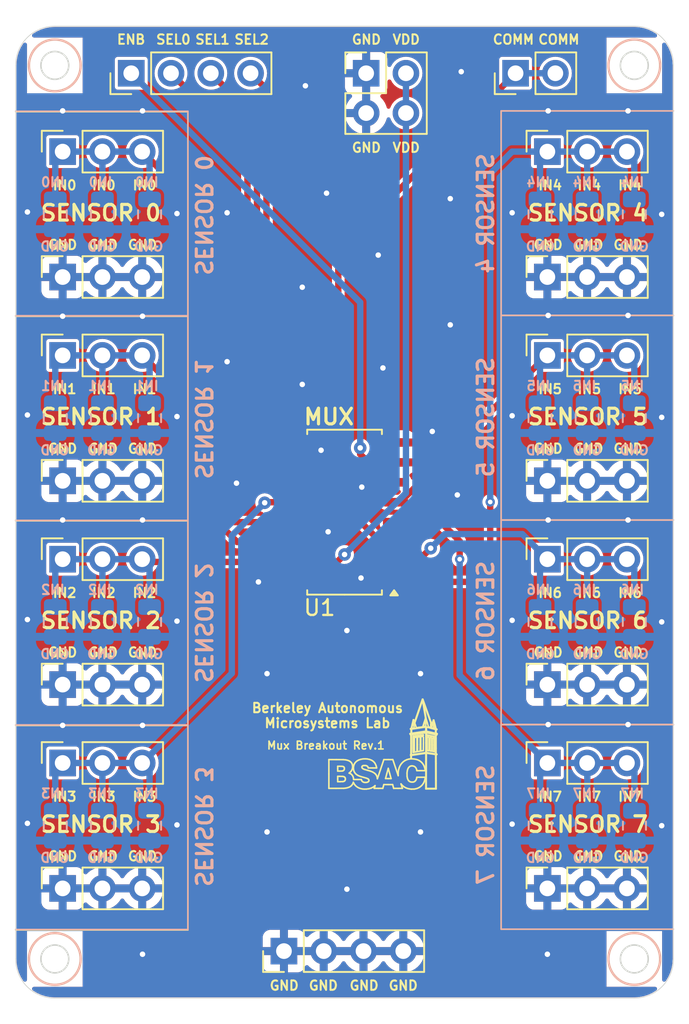
<source format=kicad_pcb>
(kicad_pcb (version 20240108) (generator "pcbnew") (generator_version "8.0")
  (layers (0 "F.Cu" signal) (31 "B.Cu" signal) (34 "B.Paste" user) (35 "F.Paste" user) (36 "B.SilkS" user "B.Silkscreen") (37 "F.SilkS" user "F.Silkscreen") (38 "B.Mask" user) (39 "F.Mask" user) (44 "Edge.Cuts" user))
  (net 0 "")
  (net 1 "GND")
  (net 2 "+1V8")
  (net 3 "/MUX_ENB")
  (net 4 "/MUX_SEL0")
  (net 5 "/MUX_SEL1")
  (net 6 "/MUX_SEL2")
  (net 7 "/MUX_COMM")
  (net 8 "/MUX_IN0")
  (net 9 "/MUX_IN1")
  (net 10 "/MUX_IN2")
  (net 11 "/MUX_IN3")
  (net 12 "/MUX_IN4")
  (net 13 "/MUX_IN5")
  (net 14 "/MUX_IN6")
  (net 15 "/MUX_IN7")
  (footprint "Connector_PinSocket_2.54mm:PinSocket_1x03_P2.54mm_Vertical" (layer "F.Cu") (at 42 47 90)
    (property "Reference" "J4" (hide yes))
    (property "Value" "Conn_01x03")
  )
  (footprint "Connector_PinSocket_2.54mm:PinSocket_1x03_P2.54mm_Vertical" (layer "F.Cu") (at 72.95 86 90)
    (property "Reference" "J18" (hide yes))
    (property "Value" "Conn_01x03")
  )
  (footprint "Connector_PinSocket_2.54mm:PinSocket_1x03_P2.54mm_Vertical" (layer "F.Cu") (at 42 94 90)
    (property "Reference" "J11" (hide yes))
    (property "Value" "Conn_01x03")
  )
  (footprint "Connector_PinSocket_2.54mm:PinSocket_1x03_P2.54mm_Vertical" (layer "F.Cu") (at 72.95 94 90)
    (property "Reference" "J19" (hide yes))
    (property "Value" "Conn_01x03")
  )
  (footprint "Connector_PinHeader_2.54mm:PinHeader_1x04_P2.54mm_Vertical" (layer "F.Cu") (at 46.38 42 90)
    (property "Reference" "J2" (hide yes))
    (property "Value" "Conn_01x04")
  )
  (footprint "Connector_PinSocket_2.54mm:PinSocket_1x03_P2.54mm_Vertical" (layer "F.Cu") (at 42 86 90)
    (property "Reference" "J10" (hide yes))
    (property "Value" "Conn_01x03")
  )
  (footprint "Connector_PinSocket_2.54mm:PinSocket_1x03_P2.54mm_Vertical" (layer "F.Cu") (at 42 68 90)
    (property "Reference" "J7" (hide yes))
    (property "Value" "Conn_01x03")
  )
  (footprint "Package_SO:SOIC-16_4.55x10.3mm_P1.27mm" (layer "F.Cu") (at 60 70 180)
    (property "Reference" "U1")
    (property "Value" "SN74LV4051ADR")
  )
  (footprint "Connector_PinSocket_2.54mm:PinSocket_1x03_P2.54mm_Vertical" (layer "F.Cu") (at 72.95 68 90)
    (property "Reference" "J15" (hide yes))
    (property "Value" "Conn_01x03")
  )
  (footprint "Connector_PinSocket_2.54mm:PinSocket_1x03_P2.54mm_Vertical" (layer "F.Cu") (at 72.95 47 90)
    (property "Reference" "J12" (hide yes))
    (property "Value" "Conn_01x03")
  )
  (footprint "Connector_PinSocket_2.54mm:PinSocket_1x03_P2.54mm_Vertical" (layer "F.Cu") (at 72.95 55 90)
    (property "Reference" "J13" (hide yes))
    (property "Value" "Conn_01x03")
  )
  (footprint "Connector_PinHeader_2.54mm:PinHeader_1x02_P2.54mm_Vertical" (layer "F.Cu") (at 70.92 42 90)
    (property "Reference" "J3" (hide yes))
    (property "Value" "Conn_01x02")
  )
  (footprint "Connector_PinHeader_2.54mm:PinHeader_1x04_P2.54mm_Vertical" (layer "F.Cu") (at 56.13 98 90)
    (property "Reference" "J20" (hide yes))
    (property "Value" "Conn_01x04")
  )
  (footprint "Connector_PinSocket_2.54mm:PinSocket_1x03_P2.54mm_Vertical" (layer "F.Cu") (at 72.95 81 90)
    (property "Reference" "J17" (hide yes))
    (property "Value" "Conn_01x03")
  )
  (footprint "Connector_PinSocket_2.54mm:PinSocket_1x03_P2.54mm_Vertical" (layer "F.Cu") (at 72.95 60 90)
    (property "Reference" "J14" (hide yes))
    (property "Value" "Conn_01x03")
  )
  (footprint "Connector_PinSocket_2.54mm:PinSocket_1x03_P2.54mm_Vertical" (layer "F.Cu") (at 42 73 90)
    (property "Reference" "J8" (hide yes))
    (property "Value" "Conn_01x03")
  )
  (footprint "Connector_PinSocket_2.54mm:PinSocket_1x03_P2.54mm_Vertical" (layer "F.Cu") (at 72.95 73 90)
    (property "Reference" "J16" (hide yes))
    (property "Value" "Conn_01x03")
  )
  (footprint "Connector_PinSocket_2.54mm:PinSocket_1x03_P2.54mm_Vertical" (layer "F.Cu") (at 42 81 90)
    (property "Reference" "J9" (hide yes))
    (property "Value" "Conn_01x03")
  )
  (footprint "Connector_PinSocket_2.54mm:PinSocket_1x03_P2.54mm_Vertical" (layer "F.Cu") (at 42 60 90)
    (property "Reference" "J6" (hide yes))
    (property "Value" "Conn_01x03")
  )
  (footprint "Connector_PinHeader_2.54mm:PinHeader_2x02_P2.54mm_Vertical" (layer "F.Cu") (at 61.38 42)
    (property "Reference" "J1" (hide yes))
    (property "Value" "Conn_02x02_Odd_Even")
  )
  (footprint "Connector_PinSocket_2.54mm:PinSocket_1x03_P2.54mm_Vertical" (layer "F.Cu") (at 42 55 90)
    (property "Reference" "J5" (hide yes))
    (property "Value" "Conn_01x03")
  )
  (footprint "Capacitor_SMD:C_0805_2012Metric" (layer "B.Cu") (at 78.5 51 -90)
    (property "Reference" "M21" (hide yes))
    (property "Value" "NP")
  )
  (footprint "Capacitor_SMD:C_0805_2012Metric" (layer "B.Cu") (at 44.54 90 -90)
    (property "Reference" "M12" (hide yes))
    (property "Value" "NP")
  )
  (footprint "Capacitor_SMD:C_0805_2012Metric" (layer "B.Cu") (at 78.5 77 -90)
    (property "Reference" "M23" (hide yes))
    (property "Value" "NP")
  )
  (footprint "Capacitor_SMD:C_0805_2012Metric" (layer "B.Cu") (at 44.54 64 -90)
    (property "Reference" "M10" (hide yes))
    (property "Value" "NP")
  )
  (footprint "Capacitor_SMD:C_0805_2012Metric" (layer "B.Cu") (at 47.55 90 -90)
    (property "Reference" "M20" (hide yes))
    (property "Value" "NP")
  )
  (footprint "Capacitor_SMD:C_0805_2012Metric" (layer "B.Cu") (at 44.54 51 -90)
    (property "Reference" "M9" (hide yes))
    (property "Value" "NP")
  )
  (footprint "Capacitor_SMD:C_0805_2012Metric" (layer "B.Cu") (at 75.49 51 -90)
    (property "Reference" "M13" (hide yes))
    (property "Value" "NP")
  )
  (footprint "Capacitor_SMD:C_0805_2012Metric" (layer "B.Cu") (at 47.55 77 -90)
    (property "Reference" "M19" (hide yes))
    (property "Value" "NP")
  )
  (footprint "Capacitor_SMD:C_0805_2012Metric" (layer "B.Cu") (at 75.49 64 -90)
    (property "Reference" "M14" (hide yes))
    (property "Value" "NP")
  )
  (footprint "Capacitor_SMD:C_0805_2012Metric" (layer "B.Cu") (at 41.53 64 -90)
    (property "Reference" "M2" (hide yes))
    (property "Value" "NP")
  )
  (footprint "Capacitor_SMD:C_0805_2012Metric" (layer "B.Cu") (at 41.53 90 -90)
    (property "Reference" "M4" (hide yes))
    (property "Value" "NP")
  )
  (footprint "Capacitor_SMD:C_0805_2012Metric" (layer "B.Cu") (at 78.5 64 -90)
    (property "Reference" "M22" (hide yes))
    (property "Value" "NP")
  )
  (footprint "Capacitor_SMD:C_0805_2012Metric" (layer "B.Cu") (at 75.5 90 -90)
    (property "Reference" "M16" (hide yes))
    (property "Value" "NP")
  )
  (footprint "Capacitor_SMD:C_0805_2012Metric" (layer "B.Cu") (at 47.55 64 -90)
    (property "Reference" "M18" (hide yes))
    (property "Value" "NP")
  )
  (footprint "Capacitor_SMD:C_0805_2012Metric" (layer "B.Cu") (at 72.48 64 -90)
    (property "Reference" "M6" (hide yes))
    (property "Value" "NP")
  )
  (footprint "Capacitor_SMD:C_0805_2012Metric" (layer "B.Cu") (at 44.54 77 -90)
    (property "Reference" "M11" (hide yes))
    (property "Value" "NP")
  )
  (footprint "Capacitor_SMD:C_0805_2012Metric" (layer "B.Cu") (at 72.48 77 -90)
    (property "Reference" "M7" (hide yes))
    (property "Value" "NP")
  )
  (footprint "Capacitor_SMD:C_0805_2012Metric" (layer "B.Cu") (at 75.49 77 -90)
    (property "Reference" "M15" (hide yes))
    (property "Value" "NP")
  )
  (footprint "Capacitor_SMD:C_0805_2012Metric" (layer "B.Cu") (at 78.51 90 -90)
    (property "Reference" "M24" (hide yes))
    (property "Value" "NP")
  )
  (footprint "Capacitor_SMD:C_0805_2012Metric" (layer "B.Cu") (at 47.55 51 -90)
    (property "Reference" "M17" (hide yes))
    (property "Value" "NP")
  )
  (footprint "Capacitor_SMD:C_0805_2012Metric" (layer "B.Cu") (at 72.48 51 -90)
    (property "Reference" "M5" (hide yes))
    (property "Value" "NP")
  )
  (footprint "Capacitor_SMD:C_0805_2012Metric" (layer "B.Cu") (at 72.49 90 -90)
    (property "Reference" "M8" (hide yes))
    (property "Value" "NP")
  )
  (footprint "Capacitor_SMD:C_0805_2012Metric" (layer "B.Cu") (at 41.53 77 -90)
    (property "Reference" "M3" (hide yes))
    (property "Value" "NP")
  )
  (footprint "Capacitor_SMD:C_0805_2012Metric" (layer "B.Cu") (at 41.53 51 -90)
    (property "Reference" "M1" (hide yes))
    (property "Value" "NP")
  )
  (gr_line (start 50 57.475) (end 39 57.475) (stroke (width 0.1)) (layer "B.SilkS"))
  (gr_line (start 50 83.575) (end 39 83.575) (stroke (width 0.1)) (layer "B.SilkS"))
  (gr_line (start 70 83.55) (end 81 83.55) (stroke (width 0.1)) (layer "B.SilkS"))
  (gr_line (start 50 83.575) (end 50 96.625) (stroke (width 0.1)) (layer "B.SilkS"))
  (gr_line (start 50 96.625) (end 39 96.625) (stroke (width 0.1)) (layer "B.SilkS"))
  (gr_line (start 50 83.575) (end 39 83.575) (stroke (width 0.1)) (layer "B.SilkS"))
  (gr_line (start 50 44.425) (end 39 44.425) (stroke (width 0.1)) (layer "B.SilkS"))
  (gr_line (start 70 83.55) (end 70 70.5) (stroke (width 0.1)) (layer "B.SilkS"))
  (gr_line (start 50 83.575) (end 39 83.575) (stroke (width 0.1)) (layer "B.SilkS"))
  (gr_line (start 70 57.45) (end 81 57.45) (stroke (width 0.1)) (layer "B.SilkS"))
  (gr_line (start 70 70.5) (end 81 70.5) (stroke (width 0.1)) (layer "B.SilkS"))
  (gr_line (start 70 96.6) (end 81 96.6) (stroke (width 0.1)) (layer "B.SilkS"))
  (gr_line (start 70 96.6) (end 70 83.55) (stroke (width 0.1)) (layer "B.SilkS"))
  (gr_circle (center 41.5 98.5) (end 43.151 98.5) (stroke (width 0.15)) (fill none) (layer "B.SilkS"))
  (gr_line (start 50 96.625) (end 39 96.625) (stroke (width 0.1)) (layer "B.SilkS"))
  (gr_line (start 70 83.55) (end 81 83.55) (stroke (width 0.1)) (layer "B.SilkS"))
  (gr_line (start 50 70.525) (end 39 70.525) (stroke (width 0.1)) (layer "B.SilkS"))
  (gr_line (start 50 70.525) (end 50 83.575) (stroke (width 0.1)) (layer "B.SilkS"))
  (gr_line (start 50 57.475) (end 39 57.475) (stroke (width 0.1)) (layer "B.SilkS"))
  (gr_line (start 70 70.5) (end 81 70.5) (stroke (width 0.1)) (layer "B.SilkS"))
  (gr_line (start 50 70.525) (end 39 70.525) (stroke (width 0.1)) (layer "B.SilkS"))
  (gr_line (start 70 57.45) (end 81 57.45) (stroke (width 0.1)) (layer "B.SilkS"))
  (gr_line (start 70 57.45) (end 81 57.45) (stroke (width 0.1)) (layer "B.SilkS"))
  (gr_line (start 70 83.55) (end 81 83.55) (stroke (width 0.1)) (layer "B.SilkS"))
  (gr_line (start 70 44.4) (end 81 44.4) (stroke (width 0.1)) (layer "B.SilkS"))
  (gr_circle (center 78.5 98.5) (end 80.151 98.5) (stroke (width 0.15)) (fill none) (layer "B.SilkS"))
  (gr_line (start 50 44.425) (end 50 57.475) (stroke (width 0.1)) (layer "B.SilkS"))
  (gr_line (start 70 70.5) (end 70 57.45) (stroke (width 0.1)) (layer "B.SilkS"))
  (gr_circle (center 41.5 41.5) (end 43.151 41.5) (stroke (width 0.15)) (fill none) (layer "B.SilkS"))
  (gr_line (start 70 57.45) (end 70 44.4) (stroke (width 0.1)) (layer "B.SilkS"))
  (gr_circle (center 78.5 41.5) (end 80.151 41.5) (stroke (width 0.15)) (fill none) (layer "B.SilkS"))
  (gr_line (start 70 44.4) (end 81 44.4) (stroke (width 0.1)) (layer "B.SilkS"))
  (gr_line (start 70 70.5) (end 81 70.5) (stroke (width 0.1)) (layer "B.SilkS"))
  (gr_line (start 50 70.525) (end 39 70.525) (stroke (width 0.1)) (layer "B.SilkS"))
  (gr_line (start 50 57.475) (end 50 70.525) (stroke (width 0.1)) (layer "B.SilkS"))
  (gr_line (start 50 57.475) (end 39 57.475) (stroke (width 0.1)) (layer "B.SilkS"))
  (gr_line (start 65.844118 85.422064) (end 65.844117 85.06324) (stroke (width 0.1)) (layer "F.SilkS"))
  (gr_line (start 60.448391 86.733628) (end 60.386177 86.686314) (stroke (width 0.1)) (layer "F.SilkS"))
  (gr_line (start 61.91728 86.652418) (end 61.801432 86.579768) (stroke (width 0.1)) (layer "F.SilkS"))
  (gr_line (start 61.220467 86.917093) (end 61.396979 86.966405) (stroke (width 0.1)) (layer "F.SilkS"))
  (gr_line (start 65.886467 83.842303) (end 65.862549 83.831222) (stroke (width 0.1)) (layer "F.SilkS"))
  (gr_line (start 59.974692 86.882512) (end 60.018488 86.914556) (stroke (width 0.1)) (layer "F.SilkS"))
  (gr_line (start 64.414264 84.321338) (end 64.423289 84.319923) (stroke (width 0.1)) (layer "F.SilkS"))
  (gr_line (start 64.26097 87.667303) (end 64.260994 87.667305) (stroke (width 0.1)) (layer "F.SilkS"))
  (gr_line (start 65.023899 84.237355) (end 65.032881 84.228278) (stroke (width 0.1)) (layer "F.SilkS"))
  (gr_line (start 65.216737 87.625872) (end 65.217527 86.499952) (stroke (width 0.1)) (layer "F.SilkS"))
  (gr_line (start 65.156351 86.917694) (end 65.157666 86.90905) (stroke (width 0.1)) (layer "F.SilkS"))
  (gr_line (start 65.12551 85.346046) (end 64.481865 85.441892) (stroke (width 0.1)) (layer "F.SilkS"))
  (gr_line (start 61.510052 86.298829) (end 61.514126 86.316692) (stroke (width 0.1)) (layer "F.SilkS"))
  (gr_line (start 64.016958 86.988014) (end 63.991947 86.85719) (stroke (width 0.1)) (layer "F.SilkS"))
  (gr_line (start 65.572119 83.534976) (end 65.287737 82.741351) (stroke (width 0.1)) (layer "F.SilkS"))
  (gr_line (start 65.525868 84.372404) (end 65.484999 84.372604) (stroke (width 0.1)) (layer "F.SilkS"))
  (gr_line (start 59.932869 86.867062) (end 59.974692 86.882512) (stroke (width 0.1)) (layer "F.SilkS"))
  (gr_line (start 70 96.6) (end 70 83.55) (stroke (width 0.1)) (layer "F.SilkS"))
  (gr_line (start 65.611524 85.243192) (end 65.619101 85.250373) (stroke (width 0.1)) (layer "F.SilkS"))
  (gr_line (start 60.611138 86.091264) (end 60.581905 86.183332) (stroke (width 0.1)) (layer "F.SilkS"))
  (gr_line (start 60.51431 86.241888) (end 60.509796 86.159104) (stroke (width 0.1)) (layer "F.SilkS"))
  (gr_line (start 64.33349 84.132816) (end 64.783806 84.064832) (stroke (width 0.1)) (layer "F.SilkS"))
  (gr_line (start 65.189471 84.704049) (end 65.189471 85.336284) (stroke (width 0.1)) (layer "F.SilkS"))
  (gr_line (start 64.871334 85.184724) (end 64.874758 85.225659) (stroke (width 0.1)) (layer "F.SilkS"))
  (gr_line (start 65.498886 83.734909) (end 65.357336 83.696417) (stroke (width 0.1)) (layer "F.SilkS"))
  (gr_line (start 64.398079 85.327711) (end 64.409496 85.326103) (stroke (width 0.1)) (layer "F.SilkS"))
  (gr_line (start 60.80552 85.863103) (end 60.716828 85.935196) (stroke (width 0.1)) (layer "F.SilkS"))
  (gr_line (start 65.610114 84.460073) (end 65.609504 84.848449) (stroke (width 0.1)) (layer "F.SilkS"))
  (gr_line (start 65.189524 87.653531) (end 65.519222 87.653531) (stroke (width 0.1)) (layer "F.SilkS"))
  (gr_line (start 65.844117 85.06324) (end 65.842582 84.45685) (stroke (width 0.1)) (layer "F.SilkS"))
  (gr_line (start 64.509844 87.151522) (end 64.468482 87.183991) (stroke (width 0.1)) (layer "F.SilkS"))
  (gr_line (start 64.431042 85.744485) (end 64.29226 85.735834) (stroke (width 0.1)) (layer "F.SilkS"))
  (gr_line (start 65.857371 85.424634) (end 65.844118 85.422064) (stroke (width 0.1)) (layer "F.SilkS"))
  (gr_line (start 64.07372 86.314733) (end 64.12812 86.249604) (stroke (width 0.1)) (layer "F.SilkS"))
  (gr_line (start 64.783806 84.064832) (end 65.185435 84.00393) (stroke (width 0.1)) (layer "F.SilkS"))
  (gr_line (start 64.616923 86.484374) (end 64.617998 86.48956) (stroke (width 0.1)) (layer "F.SilkS"))
  (gr_line (start 63.695929 87.616946) (end 63.648862 87.474628) (stroke (width 0.1)) (layer "F.SilkS"))
  (gr_line (start 59.702093 86.211315) (end 59.841683 86.214164) (stroke (width 0.1)) (layer "F.SilkS"))
  (gr_line (start 64.234723 85.627247) (end 64.234123 85.737013) (stroke (width 0.1)) (layer "F.SilkS"))
  (gr_line (start 61.219658 86.162955) (end 61.281545 86.159035) (stroke (width 0.1)) (layer "F.SilkS"))
  (gr_line (start 65.152856 86.48956) (end 65.15134 86.481493) (stroke (width 0.1)) (layer "F.SilkS"))
  (gr_line (start 59.900638 86.498426) (end 59.8492 86.513453) (stroke (width 0.1)) (layer "F.SilkS"))
  (gr_line (start 60.371615 86.577832) (end 60.422195 86.521208) (stroke (width 0.1)) (layer "F.SilkS"))
  (gr_line (start 61.701405 87.602097) (end 61.826188 87.541736) (stroke (width 0.1)) (layer "F.SilkS"))
  (gr_line (start 64.008712 87.621431) (end 64.129855 87.651355) (stroke (width 0.1)) (layer "F.SilkS"))
  (gr_line (start 62.167317 87.618957) (end 62.443227 87.618957) (stroke (width 0.1)) (layer "F.SilkS"))
  (gr_line (start 60.218377 85.835911) (end 60.141307 85.814284) (stroke (width 0.1)) (layer "F.SilkS"))
  (gr_line (start 65.188728 83.705016) (end 65.190253 83.771182) (stroke (width 0.1)) (layer "F.SilkS"))
  (gr_line (start 64.661647 85.25893) (end 64.667305 85.264588) (stroke (width 0.1)) (layer "F.SilkS"))
  (gr_line (start 65.502921 83.509302) (end 65.502921 83.622242) (stroke (width 0.1)) (layer "F.SilkS"))
  (gr_line (start 65.324401 85.208024) (end 65.324397 85.208025) (stroke (width 0.1)) (layer "F.SilkS"))
  (gr_line (start 64.29226 85.735834) (end 64.262851 85.735834) (stroke (width 0.1)) (layer "F.SilkS"))
  (gr_line (start 65.014212 86.07476) (end 64.947859 85.988287) (stroke (width 0.1)) (layer "F.SilkS"))
  (gr_line (start 64.454252 84.861126) (end 64.457167 85.293249) (stroke (width 0.1)) (layer "F.SilkS"))
  (gr_line (start 59.673326 86.851435) (end 59.876743 86.857561) (stroke (width 0.1)) (layer "F.SilkS"))
  (gr_line (start 65.532137 83.504387) (end 65.518171 83.509302) (stroke (width 0.1)) (layer "F.SilkS"))
  (gr_line (start 65.140089 86.406549) (end 65.110504 86.284088) (stroke (width 0.1)) (layer "F.SilkS"))
  (gr_line (start 64.249143 83.843712) (end 64.248548 83.979039) (stroke (width 0.1)) (layer "F.SilkS"))
  (gr_line (start 64.352175 86.187549) (end 64.440692 86.211771) (stroke (width 0.1)) (layer "F.SilkS"))
  (gr_line (start 50 44.45) (end 50 57.5) (stroke (width 0.1)) (layer "F.SilkS"))
  (gr_line (start 64.212596 84.2024) (end 64.23512 84.211222) (stroke (width 0.1)) (layer "F.SilkS"))
  (gr_line (start 65.447622 84.418585) (end 65.447621 84.818704) (stroke (width 0.1)) (layer "F.SilkS"))
  (gr_line (start 60.786517 86.752258) (end 60.875884 86.802986) (stroke (width 0.1)) (layer "F.SilkS"))
  (gr_line (start 63.429865 86.557556) (end 63.42346 86.754611) (stroke (width 0.1)) (layer "F.SilkS"))
  (gr_line (start 65.272994 84.787658) (end 65.276549 85.194131) (stroke (width 0.1)) (layer "F.SilkS"))
  (gr_line (start 65.766275 84.340218) (end 65.76541 84.811179) (stroke (width 0.1)) (layer "F.SilkS"))
  (gr_line (start 65.082401 83.417972) (end 64.992672 83.693022) (stroke (width 0.1)) (layer "F.SilkS"))
  (gr_line (start 64.465837 83.40561) (end 64.415039 83.253124) (stroke (width 0.1)) (layer "F.SilkS"))
  (gr_line (start 65.110504 86.284088) (end 65.068486 86.173426) (stroke (width 0.1)) (layer "F.SilkS"))
  (gr_line (start 64.212839 83.812755) (end 64.207513 83.826474) (stroke (width 0.1)) (layer "F.SilkS"))
  (gr_line (start 65.191778 83.97167) (end 65.089786 83.987058) (stroke (width 0.1)) (layer "F.SilkS"))
  (gr_line (start 61.116191 86.221826) (end 61.137903 86.194007) (stroke (width 0.1)) (layer "F.SilkS"))
  (gr_line (start 65.815706 84.811264) (end 65.815699 84.81126) (stroke (width 0.1)) (layer "F.SilkS"))
  (gr_line (start 59.89202 87.187107) (end 59.89202 87.187104) (stroke (width 0.1)) (layer "F.SilkS"))
  (gr_line (start 64.881685 85.23108) (end 64.881688 85.231081) (stroke (width 0.1)) (layer "F.SilkS"))
  (gr_line (start 64.703142 84.247773) (end 64.384156 84.295727) (stroke (width 0.1)) (layer "F.SilkS"))
  (gr_line (start 64.187403 84.124697) (end 64.179998 84.132866) (stroke (width 0.1)) (layer "F.SilkS"))
  (gr_line (start 60.454789 86.007385) (end 60.40706 85.94755) (stroke (width 0.1)) (layer "F.SilkS"))
  (gr_line (start 59.455527 87.618955) (end 59.949352 87.616625) (stroke (width 0.1)) (layer "F.SilkS"))
  (gr_line (start 65.808915 83.859618) (end 65.814101 83.861853) (stroke (width 0.1)) (layer "F.SilkS"))
  (gr_line (start 64.874758 85.225659) (end 64.881685 85.23108) (stroke (width 0.1)) (layer "F.SilkS"))
  (gr_line (start 64.260994 87.667305) (end 64.448503 87.662971) (stroke (width 0.1)) (layer "F.SilkS"))
  (gr_line (start 59.563223 86.21009) (end 59.702093 86.211315) (stroke (width 0.1)) (layer "F.SilkS"))
  (gr_line (start 65.887914 84.1789) (end 65.863267 84.16865) (stroke (width 0.1)) (layer "F.SilkS"))
  (gr_line (start 64.161248 87.183913) (end 64.122392 87.158666) (stroke (width 0.1)) (layer "F.SilkS"))
  (gr_line (start 81 70.5) (end 70 70.5) (stroke (width 0.1)) (layer "F.SilkS"))
  (gr_line (start 65.863267 84.16865) (end 65.842965 84.162334) (stroke (width 0.1)) (layer "F.SilkS"))
  (gr_line (start 64.278749 84.140845) (end 64.33349 84.132816) (stroke (width 0.1)) (layer "F.SilkS"))
  (gr_line (start 65.673477 83.352761) (end 65.680491 83.562295) (stroke (width 0.1)) (layer "F.SilkS"))
  (gr_line (start 60.875884 86.802986) (end 61.012362 86.85848) (stroke (width 0.1)) (layer "F.SilkS"))
  (gr_line (start 65.875234 84.1184) (end 65.842238 84.109794) (stroke (width 0.1)) (layer "F.SilkS"))
  (gr_line (start 64.881688 85.231081) (end 64.89214 85.231906) (stroke (width 0.1)) (layer "F.SilkS"))
  (gr_line (start 64.592761 87.012633) (end 64.57139 87.066092) (stroke (width 0.1)) (layer "F.SilkS"))
  (gr_line (start 64.567913 86.329574) (end 64.603994 86.420727) (stroke (width 0.1)) (layer "F.SilkS"))
  (gr_line (start 65.082186 82.604827) (end 65.170676 83.144377) (stroke (width 0.1)) (layer "F.SilkS"))
  (gr_line (start 64.477116 85.303423) (end 64.547145 85.293401) (stroke (width 0.1)) (layer "F.SilkS"))
  (gr_line (start 64.481865 85.441891) (end 64.276344 85.472129) (stroke (width 0.1)) (layer "F.SilkS"))
  (gr_line (start 63.081673 85.784331) (end 62.794575 85.784296) (stroke (width 0.1)) (layer "F.SilkS"))
  (gr_line (start 64.032459 86.400399) (end 64.07372 86.314733) (stroke (width 0.1)) (layer "F.SilkS"))
  (gr_line (start 60.315558 86.628059) (end 60.371615 86.577832) (stroke (width 0.1)) (layer "F.SilkS"))
  (gr_line (start 65.84225 84.151315) (end 65.842416 84.141935) (stroke (width 0.1)) (layer "F.SilkS"))
  (gr_line (start 65.226759 83.976043) (end 65.225269 83.948384) (stroke (width 0.1)) (layer "F.SilkS"))
  (gr_line (start 64.288888 83.791399) (end 64.397595 83.323112) (stroke (width 0.1)) (layer "F.SilkS"))
  (gr_line (start 60.716828 85.935196) (end 60.656097 86.008588) (stroke (width 0.1)) (layer "F.SilkS"))
  (gr_line (start 59.970286 86.437899) (end 59.941175 86.473089) (stroke (width 0.1)) (layer "F.SilkS"))
  (gr_line (start 64.235323 85.51748) (end 64.234723 85.627247) (stroke (width 0.1)) (layer "F.SilkS"))
  (gr_line (start 65.050291 83.600922) (end 65.127623 83.361112) (stroke (width 0.1)) (layer "F.SilkS"))
  (gr_line (start 65.547049 85.244637) (end 65.553443 85.240837) (stroke (width 0.1)) (layer "F.SilkS"))
  (gr_line (start 65.889059 83.867867) (end 65.892517 83.855954) (stroke (width 0.1)) (layer "F.SilkS"))
  (gr_line (start 65.812528 84.154607) (end 65.751867 84.142974) (stroke (width 0.1)) (layer "F.SilkS"))
  (gr_line (start 64.415039 83.253124) (end 64.41315 83.247749) (stroke (width 0.1)) (layer "F.SilkS"))
  (gr_line (start 64.481865 85.441892) (end 64.481865 85.441891) (stroke (width 0.1)) (layer "F.SilkS"))
  (gr_line (start 65.375532 85.21701) (end 65.384422 85.215351) (stroke (width 0.1)) (layer "F.SilkS"))
  (gr_line (start 65.881596 84.212589) (end 65.893696 84.196759) (stroke (width 0.1)) (layer "F.SilkS"))
  (gr_line (start 60.311182 87.533689) (end 60.379927 87.494251) (stroke (width 0.1)) (layer "F.SilkS"))
  (gr_line (start 64.208321 84.18983) (end 64.212596 84.2024) (stroke (width 0.1)) (layer "F.SilkS"))
  (gr_line (start 61.518806 87.029865) (end 61.541215 87.057269) (stroke (width 0.1)) (layer "F.SilkS"))
  (gr_line (start 63.613055 87.346339) (end 63.697254 87.439966) (stroke (width 0.1)) (layer "F.SilkS"))
  (gr_line (start 64.996984 81.931214) (end 64.984314 81.93039) (stroke (width 0.1)) (layer "F.SilkS"))
  (gr_line (start 59.841683 86.214164) (end 59.898453 86.223445) (stroke (width 0.1)) (layer "F.SilkS"))
  (gr_line (start 61.49547 86.25907) (end 61.510052 86.298829) (stroke (width 0.1)) (layer "F.SilkS"))
  (gr_line (start 62.302713 86.394482) (end 62.097287 87.005517) (stroke (width 0.1)) (layer "F.SilkS"))
  (gr_line (start 64.401805 83.246095) (end 64.387626 83.245845) (stroke (width 0.1)) (layer "F.SilkS"))
  (gr_line (start 64.74059 84.089949) (end 64.28422 84.156443) (stroke (width 0.1)) (layer "F.SilkS"))
  (gr_line (start 60.576609 87.028091) (end 60.564426 86.944628) (stroke (width 0.1)) (layer "F.SilkS"))
  (gr_line (start 65.383514 84.377528) (end 65.371347 84.354632) (stroke (width 0.1)) (layer "F.SilkS"))
  (gr_line (start 61.534456 87.174881) (end 61.511551 87.196809) (stroke (width 0.1)) (layer "F.SilkS"))
  (gr_line (start 64.993959 84.307142) (end 64.967732 84.297629) (stroke (width 0.1)) (layer "F.SilkS"))
  (gr_line (start 64.207513 83.826474) (end 64.213589 83.840502) (stroke (width 0.1)) (layer "F.SilkS"))
  (gr_line (start 50 83.6) (end 50 96.65) (stroke (width 0.1)) (layer "F.SilkS"))
  (gr_line (start 60.438772 87.444984) (end 60.506426 87.360617) (stroke (width 0.1)) (layer "F.SilkS"))
  (gr_line (start 64.57139 87.066092) (end 64.543697 87.112498) (stroke (width 0.1)) (layer "F.SilkS"))
  (gr_line (start 59.714814 87.19191) (end 59.563267 87.192945) (stroke (width 0.1)) (layer "F.SilkS"))
  (gr_line (start 81 57.45) (end 70 57.45) (stroke (width 0.1)) (layer "F.SilkS"))
  (gr_line (start 39 70.55) (end 50 70.55) (stroke (width 0.1)) (layer "F.SilkS"))
  (gr_line (start 65.157666 86.90905) (end 64.886681 86.90905) (stroke (width 0.1)) (layer "F.SilkS"))
  (gr_line (start 63.897337 87.577467) (end 64.008712 87.621431) (stroke (width 0.1)) (layer "F.SilkS"))
  (gr_line (start 64.237423 83.804795) (end 64.212839 83.812755) (stroke (width 0.1)) (layer "F.SilkS"))
  (gr_line (start 65.788855 84.316078) (end 65.292626 84.215932) (stroke (width 0.1)) (layer "F.SilkS"))
  (gr_line (start 60.836174 87.551257) (end 60.934605 87.600849) (stroke (width 0.1)) (layer "F.SilkS"))
  (gr_line (start 65.893696 84.196759) (end 65.887914 84.1789) (stroke (width 0.1)) (layer "F.SilkS"))
  (gr_line (start 65.814096 83.984061) (end 65.811216 84.106019) (stroke (width 0.1)) (layer "F.SilkS"))
  (gr_line (start 81 70.5) (end 70 70.5) (stroke (width 0.1)) (layer "F.SilkS"))
  (gr_line (start 60.912149 85.80694) (end 60.80552 85.863103) (stroke (width 0.1)) (layer "F.SilkS"))
  (gr_line (start 64.381271 84.612001) (end 64.382756 85.119346) (stroke (width 0.1)) (layer "F.SilkS"))
  (gr_line (start 64.617998 86.48956) (end 64.885427 86.48956) (stroke (width 0.1)) (layer "F.SilkS"))
  (gr_line (start 59.563223 86.517176) (end 59.563223 86.363633) (stroke (width 0.1)) (layer "F.SilkS"))
  (gr_line (start 64.547149 84.350369) (end 64.513763 84.351405) (stroke (width 0.1)) (layer "F.SilkS"))
  (gr_line (start 62.702773 86.663065) (end 62.790726 86.341532) (stroke (width 0.1)) (layer "F.SilkS"))
  (gr_line (start 60.509796 86.159104) (end 60.488782 86.077502) (stroke (width 0.1)) (layer "F.SilkS"))
  (gr_line (start 62.507477 85.784262) (end 62.302713 86.394482) (stroke (width 0.1)) (layer "F.SilkS"))
  (gr_line (start 64.30914 87.219589) (end 64.253419 87.214875) (stroke (width 0.1)) (layer "F.SilkS"))
  (gr_line (start 61.359888 86.165031) (end 61.423297 86.187036) (stroke (width 0.1)) (layer "F.SilkS"))
  (gr_line (start 64.615696 86.90905) (end 64.614691 86.914236) (stroke (width 0.1)) (layer "F.SilkS"))
  (gr_line (start 50 57.5) (end 50 70.55) (stroke (width 0.1)) (layer "F.SilkS"))
  (gr_line (start 62.443227 87.618957) (end 62.475321 87.49794) (stroke (width 0.1)) (layer "F.SilkS"))
  (gr_line (start 64.667304 85.264588) (end 64.674999 85.270245) (stroke (width 0.1)) (layer "F.SilkS"))
  (gr_line (start 60.934605 87.600849) (end 61.043501 87.637186) (stroke (width 0.1)) (layer "F.SilkS"))
  (gr_line (start 65.384422 85.215351) (end 65.388631 85.177468) (stroke (width 0.1)) (layer "F.SilkS"))
  (gr_line (start 62.615571 86.991445) (end 62.702773 86.663065) (stroke (width 0.1)) (layer "F.SilkS"))
  (gr_line (start 65.716798 83.788023) (end 65.703779 83.400513) (stroke (width 0.1)) (layer "F.SilkS"))
  (gr_line (start 60.030686 87.112843) (end 59.999064 87.147677) (stroke (width 0.1)) (layer "F.SilkS"))
  (gr_line (start 64.544985 87.646799) (end 64.6355 87.621484) (stroke (width 0.1)) (layer "F.SilkS"))
  (gr_line (start 62.090886 86.95976) (end 62.080081 86.899239) (stroke (width 0.1)) (layer "F.SilkS"))
  (gr_line (start 60.499703 86.793585) (end 60.448391 86.733628) (stroke (width 0.1)) (layer "F.SilkS"))
  (gr_line (start 65.032881 84.228278) (end 65.032366 84.215402) (stroke (width 0.1)) (layer "F.SilkS"))
  (gr_line (start 64.879041 84.342383) (end 64.871214 84.373404) (stroke (width 0.1)) (layer "F.SilkS"))
  (gr_line (start 64.547145 85.293401) (end 64.615716 85.280465) (stroke (width 0.1)) (layer "F.SilkS"))
  (gr_line (start 65.751867 84.142974) (end 65.464907 84.078679) (stroke (width 0.1)) (layer "F.SilkS"))
  (gr_line (start 65.205223 83.160107) (end 65.117976 82.635777) (stroke (width 0.1)) (layer "F.SilkS"))
  (gr_line (start 64.23613 85.373347) (end 64.229821 85.479069) (stroke (width 0.1)) (layer "F.SilkS"))
  (gr_line (start 65.226689 84.070607) (end 65.713771 84.178826) (stroke (width 0.1)) (layer "F.SilkS"))
  (gr_line (start 62.507416 87.376924) (end 62.788568 87.377509) (stroke (width 0.1)) (layer "F.SilkS"))
  (gr_line (start 65.190253 83.771182) (end 65.191778 83.904509) (stroke (width 0.1)) (layer "F.SilkS"))
  (gr_line (start 64.457167 85.293249) (end 64.465638 85.301747) (stroke (width 0.1)) (layer "F.SilkS"))
  (gr_line (start 61.163953 87.66072) (end 61.270772 87.66675) (stroke (width 0.1)) (layer "F.SilkS"))
  (gr_line (start 64.253419 87.214875) (end 64.20543 87.202722) (stroke (width 0.1)) (layer "F.SilkS"))
  (gr_line (start 65.354438 84.339707) (end 65.333963 84.336255) (stroke (width 0.1)) (layer "F.SilkS"))
  (gr_line (start 64.667305 85.264588) (end 64.667304 85.264588) (stroke (width 0.1)) (layer "F.SilkS"))
  (gr_line (start 65.848921 87.653531) (end 65.847671 87.122826) (stroke (width 0.1)) (layer "F.SilkS"))
  (gr_line (start 65.70391 85.267687) (end 65.713546 85.266538) (stroke (width 0.1)) (layer "F.SilkS"))
  (gr_line (start 65.840657 83.823763) (end 65.839957 83.80891) (stroke (width 0.1)) (layer "F.SilkS"))
  (gr_line (start 64.995098 82.077122) (end 65.082186 82.604827) (stroke (width 0.1)) (layer "F.SilkS"))
  (gr_line (start 39 83.6) (end 50 83.6) (stroke (width 0.1)) (layer "F.SilkS"))
  (gr_line (start 64.281388 84.108579) (end 64.276733 83.973742) (stroke (width 0.1)) (layer "F.SilkS"))
  (gr_line (start 64.795763 84.343307) (end 64.757057 84.327288) (stroke (width 0.1)) (layer "F.SilkS"))
  (gr_line (start 65.71814 85.231041) (end 65.719581 84.869256) (stroke (width 0.1)) (layer "F.SilkS"))
  (gr_line (start 65.454255 84.404755) (end 65.447622 84.418585) (stroke (width 0.1)) (layer "F.SilkS"))
  (gr_line (start 64.270195 85.473359) (end 64.27116 85.054302) (stroke (width 0.1)) (layer "F.SilkS"))
  (gr_line (start 64.869579 84.80603) (end 64.871334 85.184724) (stroke (width 0.1)) (layer "F.SilkS"))
  (gr_line (start 61.59292 85.771325) (end 61.436902 85.741088) (stroke (width 0.1)) (layer "F.SilkS"))
  (gr_line (start 61.137903 86.194007) (end 61.172085 86.174498) (stroke (width 0.1)) (layer "F.SilkS"))
  (gr_line (start 64.823049 85.244833) (end 64.827598 84.814451) (stroke (width 0.1)) (layer "F.SilkS"))
  (gr_line (start 65.811195 83.817964) (end 65.763368 83.805691) (stroke (width 0.1)) (layer "F.SilkS"))
  (gr_line (start 64.277643 83.838905) (end 65.182763 83.706271) (stroke (width 0.1)) (layer "F.SilkS"))
  (gr_line (start 59.563267 87.022184) (end 59.563267 86.851423) (stroke (width 0.1)) (layer "F.SilkS"))
  (gr_line (start 60.55085 87.260543) (end 60.560419 87.229505) (stroke (width 0.1)) (layer "F.SilkS"))
  (gr_line (start 64.374476 83.784781) (end 64.374476 83.784781) (stroke (width 0.1)) (layer "F.SilkS"))
  (gr_line (start 64.962403 85.221746) (end 65.03155 85.207921) (stroke (width 0.1)) (layer "F.SilkS"))
  (gr_line (start 65.231536 84.026373) (end 65.226349 84.019588) (stroke (width 0.1)) (layer "F.SilkS"))
  (gr_line (start 65.845171 86.030476) (end 65.843921 85.468826) (stroke (width 0.1)) (layer "F.SilkS"))
  (gr_line (start 61.950138 87.444937) (end 61.919931 87.534252) (stroke (width 0.1)) (layer "F.SilkS"))
  (gr_line (start 65.769015 85.285412) (end 65.769002 85.285411) (stroke (width 0.1)) (layer "F.SilkS"))
  (gr_line (start 64.384156 84.295727) (end 64.381271 84.612001) (stroke (width 0.1)) (layer "F.SilkS"))
  (gr_line (start 59.563223 86.363633) (end 59.563223 86.21009) (stroke (width 0.1)) (layer "F.SilkS"))
  (gr_line (start 63.415928 87.618956) (end 63.695929 87.616946) (stroke (width 0.1)) (layer "F.SilkS"))
  (gr_line (start 64.213589 83.840502) (end 64.234352 83.845092) (stroke (width 0.1)) (layer "F.SilkS"))
  (gr_line (start 61.068256 87.054251) (end 60.823179 87.054251) (stroke (width 0.1)) (layer "F.SilkS"))
  (gr_line (start 65.189524 86.490571) (end 65.189524 87.072051) (stroke (width 0.1)) (layer "F.SilkS"))
  (gr_circle (center 78.5 41.5) (end 80.151 41.5) (stroke (width 0.15)) (fill none) (layer "F.SilkS"))
  (gr_line (start 81 83.55) (end 70 83.55) (stroke (width 0.1)) (layer "F.SilkS"))
  (gr_line (start 64.275065 84.206277) (end 64.85987 84.120205) (stroke (width 0.1)) (layer "F.SilkS"))
  (gr_line (start 64.216051 85.502452) (end 64.228486 85.516115) (stroke (width 0.1)) (layer "F.SilkS"))
  (gr_line (start 64.757057 84.327288) (end 64.70904 84.331978) (stroke (width 0.1)) (layer "F.SilkS"))
  (gr_line (start 63.42538 86.806976) (end 63.253268 86.295911) (stroke (width 0.1)) (layer "F.SilkS"))
  (gr_line (start 62.036711 86.789346) (end 62.004148 86.739979) (stroke (width 0.1)) (layer "F.SilkS"))
  (gr_line (start 65.707395 84.435544) (end 65.69133 84.41561) (stroke (width 0.1)) (layer "F.SilkS"))
  (gr_line (start 65.54671 83.745496) (end 65.672287 83.343774) (stroke (width 0.1)) (layer "F.SilkS"))
  (gr_line (start 60.747117 87.487957) (end 60.836174 87.551257) (stroke (width 0.1)) (layer "F.SilkS"))
  (gr_line (start 64.180266 84.144084) (end 64.193909 84.152638) (stroke (width 0.1)) (layer "F.SilkS"))
  (gr_line (start 64.060004 87.087802) (end 64.016958 86.988014) (stroke (width 0.1)) (layer "F.SilkS"))
  (gr_line (start 61.281545 86.159035) (end 61.359888 86.165031) (stroke (width 0.1)) (layer "F.SilkS"))
  (gr_line (start 65.881056 85.431181) (end 65.857371 85.424634) (stroke (width 0.1)) (layer "F.SilkS"))
  (gr_line (start 60.509721 86.322446) (end 60.51431 86.241888) (stroke (width 0.1)) (layer "F.SilkS"))
  (gr_line (start 60.581905 86.183332) (end 60.568352 86.284898) (stroke (width 0.1)) (layer "F.SilkS"))
  (gr_line (start 60.568352 86.284898) (end 60.572347 86.406578) (stroke (width 0.1)) (layer "F.SilkS"))
  (gr_line (start 65.842582 84.45685) (end 65.841047 84.209284) (stroke (width 0.1)) (layer "F.SilkS"))
  (gr_line (start 64.122392 87.158666) (end 64.088699 87.126717) (stroke (width 0.1)) (layer "F.SilkS"))
  (gr_line (start 59.989788 86.354855) (end 59.987448 86.393311) (stroke (width 0.1)) (layer "F.SilkS"))
  (gr_line (start 61.173294 87.206436) (end 61.114267 87.156454) (stroke (width 0.1)) (layer "F.SilkS"))
  (gr_line (start 60.379927 87.494251) (end 60.438772 87.444984) (stroke (width 0.1)) (layer "F.SilkS"))
  (gr_line (start 63.79553 87.5194) (end 63.897337 87.577467) (stroke (width 0.1)) (layer "F.SilkS"))
  (gr_line (start 64.241615 84.146559) (end 64.248075 84.146541) (stroke (width 0.1)) (layer "F.SilkS"))
  (gr_line (start 61.387818 87.66525) (end 61.555124 87.643328) (stroke (width 0.1)) (layer "F.SilkS"))
  (gr_line (start 61.826188 87.541736) (end 61.928998 87.462422) (stroke (width 0.1)) (layer "F.SilkS"))
  (gr_line (start 59.921135 85.787061) (end 59.471622 85.784895) (stroke (width 0.1)) (layer "F.SilkS"))
  (gr_line (start 61.182436 85.741065) (end 61.037519 85.766372) (stroke (width 0.1)) (layer "F.SilkS"))
  (gr_line (start 64.263451 85.624749) (end 64.264051 85.513664) (stroke (width 0.1)) (layer "F.SilkS"))
  (gr_line (start 64.088699 87.126717) (end 64.060004 87.087802) (stroke (width 0.1)) (layer "F.SilkS"))
  (gr_line (start 61.549108 87.149145) (end 61.534456 87.174881) (stroke (width 0.1)) (layer "F.SilkS"))
  (gr_line (start 64.276733 83.973742) (end 64.277643 83.838905) (stroke (width 0.1)) (layer "F.SilkS"))
  (gr_line (start 65.178017 83.212446) (end 65.187198 83.496453) (stroke (width 0.1)) (layer "F.SilkS"))
  (gr_line (start 64.481848 83.451532) (end 64.978831 81.998472) (stroke (width 0.1)) (layer "F.SilkS"))
  (gr_line (start 64.886272 87.476099) (end 64.964283 87.397131) (stroke (width 0.1)) (layer "F.SilkS"))
  (gr_line (start 59.955363 86.254532) (end 59.981545 86.296151) (stroke (width 0.1)) (layer "F.SilkS"))
  (gr_line (start 65.183132 84.072979) (end 65.189471 84.071814) (stroke (width 0.1)) (layer "F.SilkS"))
  (gr_line (start 59.941175 86.473089) (end 59.900638 86.498426) (stroke (width 0.1)) (layer "F.SilkS"))
  (gr_line (start 65.188858 83.66507) (end 65.108071 83.677343) (stroke (width 0.1)) (layer "F.SilkS"))
  (gr_line (start 60.506426 87.360617) (end 60.55085 87.260543) (stroke (width 0.1)) (layer "F.SilkS"))
  (gr_line (start 64.382756 85.119346) (end 64.387531 85.321795) (stroke (width 0.1)) (layer "F.SilkS"))
  (gr_line (start 59.930912 86.235889) (end 59.955363 86.254532) (stroke (width 0.1)) (layer "F.SilkS"))
  (gr_line (start 61.722683 85.82248) (end 61.59292 85.771325) (stroke (width 0.1)) (layer "F.SilkS"))
  (gr_line (start 63.756584 85.915142) (end 63.675569 85.991612) (stroke (width 0.1)) (layer "F.SilkS"))
  (gr_line (start 60.055296 87.606253) (end 60.15026 87.589123) (stroke (width 0.1)) (layer "F.SilkS"))
  (gr_line (start 65.768772 83.528955) (end 65.697735 83.263183) (stroke (width 0.1)) (layer "F.SilkS"))
  (gr_line (start 64.193909 84.152638) (end 64.241615 84.146559) (stroke (width 0.1)) (layer "F.SilkS"))
  (gr_line (start 63.538601 86.184763) (end 63.488936 86.299916) (stroke (width 0.1)) (layer "F.SilkS"))
  (gr_line (start 65.182763 83.706271) (end 65.188728 83.705016) (stroke (width 0.1)) (layer "F.SilkS"))
  (gr_line (start 64.370369 87.217264) (end 64.30914 87.219589) (stroke (width 0.1)) (layer "F.SilkS"))
  (gr_line (start 64.661647 84.829446) (end 64.661647 85.25893) (stroke (width 0.1)) (layer "F.SilkS"))
  (gr_line (start 65.18947 85.917603) (end 65.189467 85.917591) (stroke (width 0.1)) (layer "F.SilkS"))
  (gr_line (start 64.423289 84.319923) (end 64.725035 84.279135) (stroke (width 0.1)) (layer "F.SilkS"))
  (gr_line (start 65.03155 85.207921) (end 65.036195 84.779814) (stroke (width 0.1)) (layer "F.SilkS"))
  (gr_line (start 63.488936 86.299916) (end 63.452305 86.425255) (stroke (width 0.1)) (layer "F.SilkS"))
  (gr_line (start 81 96.6) (end 70 96.6) (stroke (width 0.1)) (layer "F.SilkS"))
  (gr_line (start 65.814101 83.984062) (end 65.814096 83.984061) (stroke (width 0.1)) (layer "F.SilkS"))
  (gr_line (start 65.81972 87.008733) (end 65.820784 87.625872) (stroke (width 0.1)) (layer "F.SilkS"))
  (gr_line (start 64.276344 85.472129) (end 64.270195 85.473359) (stroke (width 0.1)) (layer "F.SilkS"))
  (gr_line (start 65.789609 85.284376) (end 65.794953 84.805463) (stroke (width 0.1)) (layer "F.SilkS"))
  (gr_line (start 65.036195 84.356352) (end 65.031172 84.34548) (stroke (width 0.1)) (layer "F.SilkS"))
  (gr_line (start 65.518171 83.509302) (end 65.502921 83.509302) (stroke (width 0.1)) (layer "F.SilkS"))
  (gr_line (start 64.41315 83.247749) (end 64.401805 83.246095) (stroke (width 0.1)) (layer "F.SilkS"))
  (gr_line (start 39 70.55) (end 50 70.55) (stroke (width 0.1)) (layer "F.SilkS"))
  (gr_line (start 65.841047 84.209284) (end 65.84892 84.211039) (stroke (width 0.1)) (layer "F.SilkS"))
  (gr_line (start 61.514126 86.316692) (end 61.781241 86.316692) (stroke (width 0.1)) (layer "F.SilkS"))
  (gr_line (start 65.023515 84.207035) (end 64.703142 84.247773) (stroke (width 0.1)) (layer "F.SilkS"))
  (gr_line (start 62.790726 86.341532) (end 62.881965 86.669911) (stroke (width 0.1)) (layer "F.SilkS"))
  (gr_line (start 65.794853 84.324656) (end 65.788855 84.316078) (stroke (width 0.1)) (layer "F.SilkS"))
  (gr_line (start 65.502921 83.622242) (end 65.502921 83.62224) (stroke (width 0.1)) (layer "F.SilkS"))
  (gr_line (start 65.224489 83.812187) (end 65.225198 83.703648) (stroke (width 0.1)) (layer "F.SilkS"))
  (gr_line (start 65.191778 83.904509) (end 65.191778 83.97167) (stroke (width 0.1)) (layer "F.SilkS"))
  (gr_line (start 64.524744 83.581067) (end 64.481848 83.451532) (stroke (width 0.1)) (layer "F.SilkS"))
  (gr_line (start 64.23838 84.739517) (end 64.23613 85.373347) (stroke (width 0.1)) (layer "F.SilkS"))
  (gr_line (start 65.671679 83.259233) (end 65.601939 83.480848) (stroke (width 0.1)) (layer "F.SilkS"))
  (gr_line (start 64.387536 85.321793) (end 64.398079 85.327711) (stroke (width 0.1)) (layer "F.SilkS"))
  (gr_line (start 64.954922 83.699763) (end 64.753135 83.729335) (stroke (width 0.1)) (layer "F.SilkS"))
  (gr_line (start 59.695348 86.517176) (end 59.563223 86.517176) (stroke (width 0.1)) (layer "F.SilkS"))
  (gr_line (start 64.798848 87.54335) (end 64.886272 87.476099) (stroke (width 0.1)) (layer "F.SilkS"))
  (gr_line (start 64.414914 83.43785) (end 64.446906 83.773194) (stroke (width 0.1)) (layer "F.SilkS"))
  (gr_line (start 64.179998 84.132866) (end 64.180266 84.144084) (stroke (width 0.1)) (layer "F.SilkS"))
  (gr_line (start 39 83.6) (end 50 83.6) (stroke (width 0.1)) (layer "F.SilkS"))
  (gr_line (start 58.998541 86.70152) (end 58.998541 87.618955) (stroke (width 0.1)) (layer "F.SilkS"))
  (gr_line (start 64.374476 83.784781) (end 64.295371 83.79663) (stroke (width 0.1)) (layer "F.SilkS"))
  (gr_line (start 65.189467 85.917591) (end 65.187737 86.457971) (stroke (width 0.1)) (layer "F.SilkS"))
  (gr_line (start 64.422737 87.205652) (end 64.370369 87.217264) (stroke (width 0.1)) (layer "F.SilkS"))
  (gr_line (start 62.097287 87.005517) (end 62.090886 86.95976) (stroke (width 0.1)) (layer "F.SilkS"))
  (gr_line (start 60.578103 87.054251) (end 60.576609 87.028091) (stroke (width 0.1)) (layer "F.SilkS"))
  (gr_line (start 62.007572 86.146883) (end 61.944822 86.021665) (stroke (width 0.1)) (layer "F.SilkS"))
  (gr_line (start 59.898453 86.223445) (end 59.930912 86.235889) (stroke (width 0.1)) (layer "F.SilkS"))
  (gr_line (start 65.18947 84.013788) (end 65.18947 84.024593) (stroke (width 0.1)) (layer "F.SilkS"))
  (gr_line (start 61.511551 87.196809) (end 61.479755 87.215738) (stroke (width 0.1)) (layer "F.SilkS"))
  (gr_line (start 64.678099 85.803995) (end 64.565204 85.768264) (stroke (width 0.1)) (layer "F.SilkS"))
  (gr_line (start 65.717211 84.465835) (end 65.707395 84.435544) (stroke (width 0.1)) (layer "F.SilkS"))
  (gr_line (start 62.046817 86.304592) (end 62.031257 86.226297) (stroke (width 0.1)) (layer "F.SilkS"))
  (gr_line (start 65.680491 83.562295) (end 65.680491 83.562295) (stroke (width 0.1)) (layer "F.SilkS"))
  (gr_line (start 62.048357 86.316692) (end 62.046817 86.304592) (stroke (width 0.1)) (layer "F.SilkS"))
  (gr_line (start 60.645489 86.611414) (end 60.714518 86.694236) (stroke (width 0.1)) (layer "F.SilkS"))
  (gr_line (start 63.697254 87.439966) (end 63.79553 87.5194) (stroke (width 0.1)) (layer "F.SilkS"))
  (gr_line (start 60.598079 86.515473) (end 60.645489 86.611414) (stroke (width 0.1)) (layer "F.SilkS"))
  (gr_line (start 39 57.5) (end 50 57.5) (stroke (width 0.1)) (layer "F.SilkS"))
  (gr_line (start 59.471622 85.784895) (end 58.998541 85.784085) (stroke (width 0.1)) (layer "F.SilkS"))
  (gr_line (start 61.541215 87.057269) (end 61.553935 87.087356) (stroke (width 0.1)) (layer "F.SilkS"))
  (gr_line (start 64.227924 84.164998) (end 64.212866 84.173772) (stroke (width 0.1)) (layer "F.SilkS"))
  (gr_line (start 65.54557 85.379657) (end 65.254906 85.335827) (stroke (width 0.1)) (layer "F.SilkS"))
  (gr_line (start 65.50063 85.235232) (end 65.50063 85.235208) (stroke (width 0.1)) (layer "F.SilkS"))
  (gr_line (start 65.451651 85.222429) (end 65.50063 85.235232) (stroke (width 0.1)) (layer "F.SilkS"))
  (gr_line (start 64.248548 83.979039) (end 64.247953 84.114367) (stroke (width 0.1)) (layer "F.SilkS"))
  (gr_line (start 59.949352 87.616625) (end 60.055296 87.606253) (stroke (width 0.1)) (layer "F.SilkS"))
  (gr_line (start 63.97539 85.790389) (end 63.861733 85.843931) (stroke (width 0.1)) (layer "F.SilkS"))
  (gr_circle (center 41.5 98.5) (end 43.151 98.5) (stroke (width 0.15)) (fill none) (layer "F.SilkS"))
  (gr_line (start 50 70.55) (end 50 83.6) (stroke (width 0.1)) (layer "F.SilkS"))
  (gr_line (start 65.189471 84.071814) (end 65.189471 84.704049) (stroke (width 0.1)) (layer "F.SilkS"))
  (gr_line (start 61.310541 85.736779) (end 61.182436 85.741065) (stroke (width 0.1)) (layer "F.SilkS"))
  (gr_line (start 63.134621 87.61377) (end 63.135926 87.618956) (stroke (width 0.1)) (layer "F.SilkS"))
  (gr_line (start 63.135926 87.618956) (end 63.415928 87.618956) (stroke (width 0.1)) (layer "F.SilkS"))
  (gr_line (start 65.813683 84.144211) (end 65.812528 84.154607) (stroke (width 0.1)) (layer "F.SilkS"))
  (gr_line (start 65.18947 85.378208) (end 65.18947 85.917603) (stroke (width 0.1)) (layer "F.SilkS"))
  (gr_line (start 64.779624 85.852707) (end 64.678099 85.803995) (stroke (width 0.1)) (layer "F.SilkS"))
  (gr_line (start 65.031172 84.34548) (end 65.015858 84.323497) (stroke (width 0.1)) (layer "F.SilkS"))
  (gr_line (start 65.769002 85.285411) (end 65.789609 85.284376) (stroke (width 0.1)) (layer "F.SilkS"))
  (gr_line (start 62.788568 87.377509) (end 63.069721 87.378094) (stroke (width 0.1)) (layer "F.SilkS"))
  (gr_line (start 63.069721 87.378094) (end 63.101519 87.493339) (stroke (width 0.1)) (layer "F.SilkS"))
  (gr_line (start 65.225198 83.703648) (end 65.279364 83.718085) (stroke (width 0.1)) (layer "F.SilkS"))
  (gr_line (start 64.486808 84.364239) (end 64.467316 84.388057) (stroke (width 0.1)) (layer "F.SilkS"))
  (gr_line (start 39 57.5) (end 50 57.5) (stroke (width 0.1)) (layer "F.SilkS"))
  (gr_line (start 61.455565 86.461885) (end 61.289612 86.415397) (stroke (width 0.1)) (layer "F.SilkS"))
  (gr_line (start 65.519222 87.653531) (end 65.848921 87.653531) (stroke (width 0.1)) (layer "F.SilkS"))
  (gr_line (start 65.529155 84.292144) (end 65.766275 84.340218) (stroke (width 0.1)) (layer "F.SilkS"))
  (gr_line (start 60.692336 87.436264) (end 60.747117 87.487957) (stroke (width 0.1)) (layer "F.SilkS"))
  (gr_line (start 59.563267 87.192945) (end 59.563267 87.022184) (stroke (width 0.1)) (layer "F.SilkS"))
  (gr_line (start 64.288763 83.796974) (end 64.288888 83.791399) (stroke (width 0.1)) (layer "F.SilkS"))
  (gr_line (start 61.556148 87.118789) (end 61.549108 87.149145) (stroke (width 0.1)) (layer "F.SilkS"))
  (gr_line (start 65.697735 83.263183) (end 65.671679 83.259233) (stroke (width 0.1)) (layer "F.SilkS"))
  (gr_line (start 61.465078 86.217488) (end 61.49547 86.25907) (stroke (width 0.1)) (layer "F.SilkS"))
  (gr_line (start 64.129855 87.651355) (end 64.26097 87.667303) (stroke (width 0.1)) (layer "F.SilkS"))
  (gr_line (start 61.899861 85.962053) (end 61.847454 85.90863) (stroke (width 0.1)) (layer "F.SilkS"))
  (gr_line (start 64.674428 84.362885) (end 64.666752 84.379609) (stroke (width 0.1)) (layer "F.SilkS"))
  (gr_line (start 60.386177 86.686314) (end 60.314405 86.652913) (stroke (width 0.1)) (layer "F.SilkS"))
  (gr_line (start 65.811216 84.106019) (end 65.517547 84.040906) (stroke (width 0.1)) (layer "F.SilkS"))
  (gr_line (start 65.254906 85.335827) (end 65.229304 85.331977) (stroke (width 0.1)) (layer "F.SilkS"))
  (gr_line (start 60.714518 86.694236) (end 60.786517 86.752258) (stroke (width 0.1)) (layer "F.SilkS"))
  (gr_line (start 65.108071 83.677343) (end 65.024829 83.689084) (stroke (width 0.1)) (layer "F.SilkS"))
  (gr_line (start 64.212866 84.173772) (end 64.208321 84.18983) (stroke (width 0.1)) (layer "F.SilkS"))
  (gr_line (start 59.8492 86.513453) (end 59.8492 86.513451) (stroke (width 0.1)) (layer "F.SilkS"))
  (gr_line (start 64.827597 84.388621) (end 64.820869 84.374401) (stroke (width 0.1)) (layer "F.SilkS"))
  (gr_line (start 65.910274 84.130888) (end 65.875234 84.1184) (stroke (width 0.1)) (layer "F.SilkS"))
  (gr_line (start 65.311355 84.340757) (end 65.29296 84.354709) (stroke (width 0.1)) (layer "F.SilkS"))
  (gr_line (start 39 44.45) (end 50 44.45) (stroke (width 0.1)) (layer "F.SilkS"))
  (gr_line (start 65.839873 83.989768) (end 65.841778 83.871192) (stroke (width 0.1)) (layer "F.SilkS"))
  (gr_line (start 65.217527 86.499952) (end 65.221432 85.372837) (stroke (width 0.1)) (layer "F.SilkS"))
  (gr_line (start 65.794953 84.805463) (end 65.794853 84.324656) (stroke (width 0.1)) (layer "F.SilkS"))
  (gr_line (start 64.246746 84.161007) (end 64.227924 84.164998) (stroke (width 0.1)) (layer "F.SilkS"))
  (gr_line (start 65.172199 86.481999) (end 65.189524 86.490571) (stroke (width 0.1)) (layer "F.SilkS"))
  (gr_line (start 65.847671 87.122826) (end 65.845171 86.030476) (stroke (width 0.1)) (layer "F.SilkS"))
  (gr_line (start 64.229821 85.479069) (end 64.221003 85.483989) (stroke (width 0.1)) (layer "F.SilkS"))
  (gr_line (start 61.847454 85.90863) (end 61.788197 85.861928) (stroke (width 0.1)) (layer "F.SilkS"))
  (gr_line (start 61.037519 85.766372) (end 60.912149 85.80694) (stroke (width 0.1)) (layer "F.SilkS"))
  (gr_circle (center 41.5 41.5) (end 43.151 41.5) (stroke (width 0.15)) (fill none) (layer "F.SilkS"))
  (gr_line (start 63.988423 86.63592) (end 64.004104 86.507246) (stroke (width 0.1)) (layer "F.SilkS"))
  (gr_line (start 64.636919 84.055514) (end 64.281388 84.108579) (stroke (width 0.1)) (layer "F.SilkS"))
  (gr_line (start 64.234123 85.737013) (end 64.224904 85.737573) (stroke (width 0.1)) (layer "F.SilkS"))
  (gr_line (start 64.586441 84.364669) (end 64.547149 84.350369) (stroke (width 0.1)) (layer "F.SilkS"))
  (gr_line (start 60.64354 87.377638) (end 60.692336 87.436264) (stroke (width 0.1)) (layer "F.SilkS"))
  (gr_line (start 65.28806 84.240556) (end 65.529155 84.292144) (stroke (width 0.1)) (layer "F.SilkS"))
  (gr_line (start 70 70.5) (end 70 57.45) (stroke (width 0.1)) (layer "F.SilkS"))
  (gr_line (start 59.987448 86.393311) (end 59.970286 86.437899) (stroke (width 0.1)) (layer "F.SilkS"))
  (gr_line (start 65.292626 84.215932) (end 65.282683 84.232623) (stroke (width 0.1)) (layer "F.SilkS"))
  (gr_line (start 65.117976 82.635777) (end 65.031272 82.110907) (stroke (width 0.1)) (layer "F.SilkS"))
  (gr_line (start 65.278519 84.375662) (end 65.273594 84.386316) (stroke (width 0.1)) (layer "F.SilkS"))
  (gr_line (start 64.978831 81.998472) (end 64.995098 82.077122) (stroke (width 0.1)) (layer "F.SilkS"))
  (gr_line (start 65.672287 83.343774) (end 65.673477 83.352761) (stroke (width 0.1)) (layer "F.SilkS"))
  (gr_line (start 61.663433 86.522438) (end 61.455565 86.461885) (stroke (width 0.1)) (layer "F.SilkS"))
  (gr_line (start 65.127623 83.361112) (end 65.178017 83.212446) (stroke (width 0.1)) (layer "F.SilkS"))
  (gr_line (start 65.843921 85.468826) (end 65.860894 85.470111) (stroke (width 0.1)) (layer "F.SilkS"))
  (gr_line (start 65.815875 85.460391) (end 65.817265 85.925993) (stroke (width 0.1)) (layer "F.SilkS"))
  (gr_line (start 60.823179 87.054251) (end 60.578103 87.054251) (stroke (width 0.1)) (layer "F.SilkS"))
  (gr_line (start 61.270772 87.66675) (end 61.387818 87.66525) (stroke (width 0.1)) (layer "F.SilkS"))
  (gr_line (start 65.81415 83.812974) (end 65.811195 83.817964) (stroke (width 0.1)) (layer "F.SilkS"))
  (gr_line (start 65.189524 87.072051) (end 65.189524 87.653531) (stroke (width 0.1)) (layer "F.SilkS"))
  (gr_line (start 65.084325 87.198964) (end 65.126118 87.075525) (stroke (width 0.1)) (layer "F.SilkS"))
  (gr_line (start 64.414003 85.315225) (end 64.416161 85.258664) (stroke (width 0.1)) (layer "F.SilkS"))
  (gr_line (start 65.841778 83.871192) (end 65.858509 83.874797) (stroke (width 0.1)) (layer "F.SilkS"))
  (gr_line (start 61.423297 86.187036) (end 61.465078 86.217488) (stroke (width 0.1)) (layer "F.SilkS"))
  (gr_line (start 64.869604 85.914203) (end 64.779624 85.852707) (stroke (width 0.1)) (layer "F.SilkS"))
  (gr_line (start 64.27774 84.156296) (end 64.276729 84.149214) (stroke (width 0.1)) (layer "F.SilkS"))
  (gr_line (start 65.551375 83.536981) (end 65.572119 83.534976) (stroke (width 0.1)) (layer "F.SilkS"))
  (gr_line (start 64.446906 83.773194) (end 64.374476 83.784781) (stroke (width 0.1)) (layer "F.SilkS"))
  (gr_line (start 64.28422 84.156443) (end 64.27774 84.156296) (stroke (width 0.1)) (layer "F.SilkS"))
  (gr_line (start 64.237602 86.191834) (end 64.291483 86.18594) (stroke (width 0.1)) (layer "F.SilkS"))
  (gr_line (start 65.644523 84.413343) (end 65.615259 84.44737) (stroke (width 0.1)) (layer "F.SilkS"))
  (gr_line (start 64.543697 87.112498) (end 64.509844 87.151522) (stroke (width 0.1)) (layer "F.SilkS"))
  (gr_line (start 64.614691 86.914236) (end 64.60765 86.952451) (stroke (width 0.1)) (layer "F.SilkS"))
  (gr_line (start 64.448503 87.662971) (end 64.544985 87.646799) (stroke (width 0.1)) (layer "F.SilkS"))
  (gr_line (start 64.322601 83.523419) (end 64.257644 83.801195) (stroke (width 0.1)) (layer "F.SilkS"))
  (gr_line (start 61.012362 86.85848) (end 61.220467 86.917093) (stroke (width 0.1)) (layer "F.SilkS"))
  (gr_line (start 60.141307 85.814284) (end 60.054187 85.798252) (stroke (width 0.1)) (layer "F.SilkS"))
  (gr_line (start 64.947859 85.988287) (end 64.869604 85.914203) (stroke (width 0.1)) (layer "F.SilkS"))
  (gr_line (start 61.116339 86.305851) (end 61.108677 86.263698) (stroke (width 0.1)) (layer "F.SilkS"))
  (gr_line (start 60.04413 86.960543) (end 60.051703 87.013003) (stroke (width 0.1)) (layer "F.SilkS"))
  (gr_line (start 64.387531 85.321795) (end 64.387536 85.321793) (stroke (width 0.1)) (layer "F.SilkS"))
  (gr_line (start 65.464907 84.078679) (end 65.231536 84.026373) (stroke (width 0.1)) (layer "F.SilkS"))
  (gr_line (start 65.601939 83.480848) (end 65.531966 83.704087) (stroke (width 0.1)) (layer "F.SilkS"))
  (gr_line (start 65.76541 84.811179) (end 65.769015 85.285412) (stroke (width 0.1)) (layer "F.SilkS"))
  (gr_line (start 65.609504 84.848449) (end 65.611524 85.243192) (stroke (width 0.1)) (layer "F.SilkS"))
  (gr_line (start 64.70904 84.331978) (end 64.689526 84.344383) (stroke (width 0.1)) (layer "F.SilkS"))
  (gr_line (start 64.12812 86.249604) (end 64.177796 86.214523) (stroke (width 0.1)) (layer "F.SilkS"))
  (gr_line (start 65.531966 83.704087) (end 65.530831 83.621687) (stroke (width 0.1)) (layer "F.SilkS"))
  (gr_line (start 81 57.45) (end 70 57.45) (stroke (width 0.1)) (layer "F.SilkS"))
  (gr_line (start 61.419586 87.235909) (end 61.341474 87.244694) (stroke (width 0.1)) (layer "F.SilkS"))
  (gr_line (start 64.456322 84.422042) (end 64.454252 84.861126) (stroke (width 0.1)) (layer "F.SilkS"))
  (gr_line (start 64.379296 85.496904) (end 65.183131 85.379488) (stroke (width 0.1)) (layer "F.SilkS"))
  (gr_line (start 65.18947 84.024593) (end 64.74059 84.089949) (stroke (width 0.1)) (layer "F.SilkS"))
  (gr_line (start 65.024829 83.689084) (end 65.050291 83.600922) (stroke (width 0.1)) (layer "F.SilkS"))
  (gr_line (start 70 57.45) (end 70 44.4) (stroke (width 0.1)) (layer "F.SilkS"))
  (gr_line (start 59.8492 86.513451) (end 59.695348 86.517176) (stroke (width 0.1)) (layer "F.SilkS"))
  (gr_line (start 64.221003 85.483989) (end 64.216051 85.502452) (stroke (width 0.1)) (layer "F.SilkS"))
  (gr_line (start 65.22923 84.014139) (end 65.522528 84.074824) (stroke (width 0.1)) (layer "F.SilkS"))
  (gr_line (start 65.032366 84.215402) (end 65.023515 84.207035) (stroke (width 0.1)) (layer "F.SilkS"))
  (gr_line (start 60.564426 86.944628) (end 60.538769 86.864915) (stroke (width 0.1)) (layer "F.SilkS"))
  (gr_line (start 65.862549 83.831222) (end 65.840657 83.823763) (stroke (width 0.1)) (layer "F.SilkS"))
  (gr_line (start 63.675569 85.991612) (end 63.600143 86.083021) (stroke (width 0.1)) (layer "F.SilkS"))
  (gr_line (start 64.613313 86.463054) (end 64.616923 86.484374) (stroke (width 0.1)) (layer "F.SilkS"))
  (gr_line (start 64.262851 85.735834) (end 64.263451 85.624749) (stroke (width 0.1)) (layer "F.SilkS"))
  (gr_line (start 64.264051 85.513664) (end 64.379296 85.496904) (stroke (width 0.1)) (layer "F.SilkS"))
  (gr_line (start 61.223939 86.391059) (end 61.174126 86.365295) (stroke (width 0.1)) (layer "F.SilkS"))
  (gr_line (start 39 96.65) (end 50 96.65) (stroke (width 0.1)) (layer "F.SilkS"))
  (gr_line (start 62.031257 86.226297) (end 62.007572 86.146883) (stroke (width 0.1)) (layer "F.SilkS"))
  (gr_line (start 64.513042 86.259518) (end 64.567913 86.329574) (stroke (width 0.1)) (layer "F.SilkS"))
  (gr_line (start 65.616433 83.76644) (end 65.54671 83.745496) (stroke (width 0.1)) (layer "F.SilkS"))
  (gr_line (start 65.842416 84.141935) (end 65.847555 84.141808) (stroke (width 0.1)) (layer "F.SilkS"))
  (gr_line (start 65.287737 82.741351) (end 65.001663 81.941826) (stroke (width 0.1)) (layer "F.SilkS"))
  (gr_line (start 65.282683 84.232623) (end 65.28806 84.240556) (stroke (width 0.1)) (layer "F.SilkS"))
  (gr_line (start 64.89214 85.231906) (end 64.962403 85.221746) (stroke (width 0.1)) (layer "F.SilkS"))
  (gr_line (start 63.60244 87.333671) (end 63.613055 87.346339) (stroke (width 0.1)) (layer "F.SilkS"))
  (gr_line (start 64.885427 86.48956) (end 65.152856 86.48956) (stroke (width 0.1)) (layer "F.SilkS"))
  (gr_line (start 64.465638 85.301747) (end 64.465637 85.301748) (stroke (width 0.1)) (layer "F.SilkS"))
  (gr_line (start 65.152351 86.473426) (end 65.172199 86.481999) (stroke (width 0.1)) (layer "F.SilkS"))
  (gr_line (start 61.172085 86.174498) (end 61.219658 86.162955) (stroke (width 0.1)) (layer "F.SilkS"))
  (gr_line (start 64.513763 84.351405) (end 64.486808 84.364239) (stroke (width 0.1)) (layer "F.SilkS"))
  (gr_line (start 65.892517 83.855954) (end 65.886467 83.842303) (stroke (width 0.1)) (layer "F.SilkS"))
  (gr_line (start 64.674999 85.270245) (end 64.813253 85.250549) (stroke (width 0.1)) (layer "F.SilkS"))
  (gr_line (start 61.964338 86.694336) (end 61.91728 86.652418) (stroke (width 0.1)) (layer "F.SilkS"))
  (gr_line (start 61.891407 87.618957) (end 62.167317 87.618957) (stroke (width 0.1)) (layer "F.SilkS"))
  (gr_line (start 65.187198 83.496453) (end 65.188858 83.66507) (stroke (width 0.1)) (layer "F.SilkS"))
  (gr_line (start 65.882001 85.468816) (end 65.891667 85.457752) (stroke (width 0.1)) (layer "F.SilkS"))
  (gr_line (start 62.793009 86.994325) (end 62.615571 86.991445) (stroke (width 0.1)) (layer "F.SilkS"))
  (gr_line (start 64.992672 83.693022) (end 64.954922 83.699763) (stroke (width 0.1)) (layer "F.SilkS"))
  (gr_line (start 62.794575 85.784296) (end 62.507477 85.784262) (stroke (width 0.1)) (layer "F.SilkS"))
  (gr_line (start 60.051703 87.013003) (end 60.048516 87.067311) (stroke (width 0.1)) (layer "F.SilkS"))
  (gr_line (start 64.096724 85.754832) (end 63.97539 85.790389) (stroke (width 0.1)) (layer "F.SilkS"))
  (gr_line (start 64.23512 84.211222) (end 64.23838 84.739517) (stroke (width 0.1)) (layer "F.SilkS"))
  (gr_line (start 62.475321 87.49794) (end 62.507416 87.376924) (stroke (width 0.1)) (layer "F.SilkS"))
  (gr_line (start 65.686832 83.773289) (end 65.686157 83.78493) (stroke (width 0.1)) (layer "F.SilkS"))
  (gr_line (start 58.998541 85.784085) (end 58.998541 86.70152) (stroke (width 0.1)) (layer "F.SilkS"))
  (gr_line (start 64.585658 83.75362) (end 64.575656 83.729995) (stroke (width 0.1)) (layer "F.SilkS"))
  (gr_line (start 64.753136 83.729334) (end 64.585658 83.75362) (stroke (width 0.1)) (layer "F.SilkS"))
  (gr_line (start 64.440692 86.211771) (end 64.513042 86.259518) (stroke (width 0.1)) (layer "F.SilkS"))
  (gr_line (start 62.080081 86.899239) (end 62.062022 86.842433) (stroke (width 0.1)) (layer "F.SilkS"))
  (gr_line (start 64.719817 82.66862) (end 64.465837 83.40561) (stroke (width 0.1)) (layer "F.SilkS"))
  (gr_line (start 65.089786 83.987058) (end 64.636916 84.055511) (stroke (width 0.1)) (layer "F.SilkS"))
  (gr_line (start 65.522528 84.074824) (end 65.812946 84.135446) (stroke (width 0.1)) (layer "F.SilkS"))
  (gr_line (start 65.557733 84.826529) (end 65.552492 84.405061) (stroke (width 0.1)) (layer "F.SilkS"))
  (gr_line (start 60.292272 86.645346) (end 60.315558 86.628059) (stroke (width 0.1)) (layer "F.SilkS"))
  (gr_line (start 65.371347 84.354632) (end 65.354438 84.339707) (stroke (width 0.1)) (layer "F.SilkS"))
  (gr_line (start 63.991947 86.85719) (end 63.988423 86.63592) (stroke (width 0.1)) (layer "F.SilkS"))
  (gr_line (start 59.563267 86.851423) (end 59.673326 86.851435) (stroke (width 0.1)) (layer "F.SilkS"))
  (gr_line (start 65.814101 83.861853) (end 65.814101 83.984062) (stroke (width 0.1)) (layer "F.SilkS"))
  (gr_line (start 59.89202 87.187104) (end 59.714814 87.19191) (stroke (width 0.1)) (layer "F.SilkS"))
  (gr_line (start 64.409496 85.326103) (end 64.414003 85.315225) (stroke (width 0.1)) (layer "F.SilkS"))
  (gr_line (start 64.967732 84.297629) (end 64.939437 84.296171) (stroke (width 0.1)) (layer "F.SilkS"))
  (gr_line (start 65.170676 83.144377) (end 65.082401 83.417972) (stroke (width 0.1)) (layer "F.SilkS"))
  (gr_line (start 65.558363 85.236802) (end 65.557733 84.826529) (stroke (width 0.1)) (layer "F.SilkS"))
  (gr_line (start 64.612898 84.394087) (end 64.586441 84.364669) (stroke (width 0.1)) (layer "F.SilkS"))
  (gr_line (start 60.488782 86.077502) (end 60.454789 86.007385) (stroke (width 0.1)) (layer "F.SilkS"))
  (gr_line (start 65.15134 86.481493) (end 65.152351 86.473426) (stroke (width 0.1)) (layer "F.SilkS"))
  (gr_line (start 65.030716 87.303455) (end 65.084325 87.198964) (stroke (width 0.1)) (layer "F.SilkS"))
  (gr_line (start 65.858509 83.874797) (end 65.879101 83.875632) (stroke (width 0.1)) (layer "F.SilkS"))
  (gr_line (start 65.686157 83.78493) (end 65.616433 83.76644) (stroke (width 0.1)) (layer "F.SilkS"))
  (gr_line (start 60.602388 87.314327) (end 60.64354 87.377638) (stroke (width 0.1)) (layer "F.SilkS"))
  (gr_line (start 65.108071 83.677343) (end 65.108071 83.677343) (stroke (width 0.1)) (layer "F.SilkS"))
  (gr_line (start 65.502921 83.62224) (end 65.498886 83.734909) (stroke (width 0.1)) (layer "F.SilkS"))
  (gr_line (start 65.842965 84.162334) (end 65.84225 84.151315) (stroke (width 0.1)) (layer "F.SilkS"))
  (gr_line (start 65.167914 86.450155) (end 65.147991 86.440662) (stroke (width 0.1)) (layer "F.SilkS"))
  (gr_line (start 61.077946 87.089436) (end 61.069563 87.06059) (stroke (width 0.1)) (layer "F.SilkS"))
  (gr_line (start 64.27116 85.054302) (end 64.275065 84.206277) (stroke (width 0.1)) (layer "F.SilkS"))
  (gr_line (start 64.827598 84.814451) (end 64.827597 84.388621) (stroke (width 0.1)) (layer "F.SilkS"))
  (gr_line (start 59.981545 86.296151) (end 59.989788 86.354855) (stroke (width 0.1)) (layer "F.SilkS"))
  (gr_line (start 65.036195 84.779814) (end 65.036195 84.356352) (stroke (width 0.1)) (layer "F.SilkS"))
  (gr_line (start 65.389453 84.799817) (end 65.388838 84.393231) (stroke (width 0.1)) (layer "F.SilkS"))
  (gr_line (start 60.286014 85.863344) (end 60.218377 85.835911) (stroke (width 0.1)) (layer "F.SilkS"))
  (gr_line (start 60.054187 85.798252) (end 59.921135 85.787061) (stroke (width 0.1)) (layer "F.SilkS"))
  (gr_line (start 64.20543 87.202722) (end 64.161248 87.183913) (stroke (width 0.1)) (layer "F.SilkS"))
  (gr_line (start 64.689526 84.344383) (end 64.674428 84.362885) (stroke (width 0.1)) (layer "F.SilkS"))
  (gr_line (start 63.648862 87.474628) (end 63.60244 87.333671) (stroke (width 0.1)) (layer "F.SilkS"))
  (gr_line (start 62.004148 86.739979) (end 61.964338 86.694336) (stroke (width 0.1)) (layer "F.SilkS"))
  (gr_line (start 60.422195 86.521208) (end 60.477599 86.426005) (stroke (width 0.1)) (layer "F.SilkS"))
  (gr_line (start 65.812946 84.135446) (end 65.813681 84.144211) (stroke (width 0.1)) (layer "F.SilkS"))
  (gr_line (start 61.487524 87.006481) (end 61.518806 87.029865) (stroke (width 0.1)) (layer "F.SilkS"))
  (gr_line (start 65.813894 85.41985) (end 65.54557 85.379657) (stroke (width 0.1)) (layer "F.SilkS"))
  (gr_line (start 64.276729 84.149214) (end 64.278749 84.140845) (stroke (width 0.1)) (layer "F.SilkS"))
  (gr_line (start 65.147991 86.440662) (end 65.140089 86.406549) (stroke (width 0.1)) (layer "F.SilkS"))
  (gr_line (start 64.468482 87.183991) (end 64.422737 87.205652) (stroke (width 0.1)) (layer "F.SilkS"))
  (gr_line (start 61.553935 87.087356) (end 61.556148 87.118789) (stroke (width 0.1)) (layer "F.SilkS"))
  (gr_line (start 61.944822 86.021665) (end 61.899861 85.962053) (stroke (width 0.1)) (layer "F.SilkS"))
  (gr_line (start 65.530631 83.536981) (end 65.551375 83.536981) (stroke (width 0.1)) (layer "F.SilkS"))
  (gr_line (start 65.52021 85.416017) (end 65.815875 85.460391) (stroke (width 0.1)) (layer "F.SilkS"))
  (gr_line (start 64.74059 84.089949) (end 64.74059 84.089949) (stroke (width 0.1)) (layer "F.SilkS"))
  (gr_line (start 64.291483 86.18594) (end 64.352175 86.187549) (stroke (width 0.1)) (layer "F.SilkS"))
  (gr_line (start 65.388631 85.177468) (end 65.389453 84.799817) (stroke (width 0.1)) (layer "F.SilkS"))
  (gr_line (start 64.972468 81.93162) (end 64.719817 82.66862) (stroke (width 0.1)) (layer "F.SilkS"))
  (gr_line (start 61.043501 87.637186) (end 61.163953 87.66072) (stroke (width 0.1)) (layer "F.SilkS"))
  (gr_line (start 65.568629 83.794954) (end 65.808915 83.859618) (stroke (width 0.1)) (layer "F.SilkS"))
  (gr_line (start 59.999064 87.147677) (end 59.953043 87.172277) (stroke (width 0.1)) (layer "F.SilkS"))
  (gr_line (start 64.565204 85.768264) (end 64.431042 85.744485) (stroke (width 0.1)) (layer "F.SilkS"))
  (gr_line (start 63.253268 86.295911) (end 63.081673 85.784331) (stroke (width 0.1)) (layer "F.SilkS"))
  (gr_line (start 65.226349 84.019588) (end 65.22923 84.014139) (stroke (width 0.1)) (layer "F.SilkS"))
  (gr_line (start 65.126118 87.075525) (end 65.152531 86.945929) (stroke (width 0.1)) (layer "F.SilkS"))
  (gr_line (start 60.15026 87.589123) (end 60.235227 87.565011) (stroke (width 0.1)) (layer "F.SilkS"))
  (gr_line (start 65.69133 84.41561) (end 65.666742 84.409463) (stroke (width 0.1)) (layer "F.SilkS"))
  (gr_line (start 65.221432 85.372837) (end 65.52021 85.416017) (stroke (width 0.1)) (layer "F.SilkS"))
  (gr_line (start 61.396979 86.966405) (end 61.487524 87.006481) (stroke (width 0.1)) (layer "F.SilkS"))
  (gr_line (start 65.388838 84.393231) (end 65.383514 84.377528) (stroke (width 0.1)) (layer "F.SilkS"))
  (gr_line (start 61.108677 86.263698) (end 61.116191 86.221826) (stroke (width 0.1)) (layer "F.SilkS"))
  (gr_line (start 65.91221 84.141996) (end 65.910274 84.130888) (stroke (width 0.1)) (layer "F.SilkS"))
  (gr_line (start 65.51876 87.625872) (end 65.216737 87.625872) (stroke (width 0.1)) (layer "F.SilkS"))
  (gr_line (start 64.004104 86.507246) (end 64.032459 86.400399) (stroke (width 0.1)) (layer "F.SilkS"))
  (gr_line (start 60.018488 86.914556) (end 60.04413 86.960543) (stroke (width 0.1)) (layer "F.SilkS"))
  (gr_line (start 64.247953 84.114367) (end 64.220294 84.118387) (stroke (width 0.1)) (layer "F.SilkS"))
  (gr_line (start 63.861733 85.843931) (end 63.756584 85.915142) (stroke (width 0.1)) (layer "F.SilkS"))
  (gr_line (start 60.235227 87.565011) (end 60.311182 87.533689) (stroke (width 0.1)) (layer "F.SilkS"))
  (gr_line (start 64.939437 84.296171) (end 64.913462 84.303416) (stroke (width 0.1)) (layer "F.SilkS"))
  (gr_line (start 64.871214 84.373404) (end 64.869579 84.80603) (stroke (width 0.1)) (layer "F.SilkS"))
  (gr_line (start 61.250529 87.236733) (end 61.173294 87.206436) (stroke (width 0.1)) (layer "F.SilkS"))
  (gr_line (start 64.465637 85.301748) (end 64.477116 85.303423) (stroke (width 0.1)) (layer "F.SilkS"))
  (gr_line (start 60.314405 86.652913) (end 60.292272 86.645346) (stroke (width 0.1)) (layer "F.SilkS"))
  (gr_line (start 64.620156 84.407706) (end 64.612898 84.394087) (stroke (width 0.1)) (layer "F.SilkS"))
  (gr_line (start 64.228486 85.516115) (end 64.235323 85.51748) (stroke (width 0.1)) (layer "F.SilkS"))
  (gr_line (start 64.984314 81.93039) (end 64.972468 81.93162) (stroke (width 0.1)) (layer "F.SilkS"))
  (gr_line (start 62.881965 86.669911) (end 62.97145 86.994325) (stroke (width 0.1)) (layer "F.SilkS"))
  (gr_line (start 65.813681 84.144211) (end 65.813683 84.144211) (stroke (width 0.1)) (layer "F.SilkS"))
  (gr_line (start 65.552492 84.405061) (end 65.525868 84.372404) (stroke (width 0.1)) (layer "F.SilkS"))
  (gr_line (start 65.29296 84.354709) (end 65.278519 84.375662) (stroke (width 0.1)) (layer "F.SilkS"))
  (gr_line (start 64.248075 84.146541) (end 64.249106 84.153262) (stroke (width 0.1)) (layer "F.SilkS"))
  (gr_line (start 63.101519 87.493339) (end 63.134621 87.61377) (stroke (width 0.1)) (layer "F.SilkS"))
  (gr_line (start 65.50063 85.235208) (end 65.547049 85.244637) (stroke (width 0.1)) (layer "F.SilkS"))
  (gr_line (start 64.220294 84.118387) (end 64.187403 84.124697) (stroke (width 0.1)) (layer "F.SilkS"))
  (gr_line (start 61.341474 87.244694) (end 61.250529 87.236733) (stroke (width 0.1)) (layer "F.SilkS"))
  (gr_line (start 64.467316 84.388057) (end 64.456322 84.422042) (stroke (width 0.1)) (layer "F.SilkS"))
  (gr_line (start 65.891667 85.457752) (end 65.890897 85.441272) (stroke (width 0.1)) (layer "F.SilkS"))
  (gr_line (start 64.387626 83.245845) (end 64.322601 83.523419) (stroke (width 0.1)) (layer "F.SilkS"))
  (gr_line (start 65.225269 83.948384) (end 65.224489 83.812187) (stroke (width 0.1)) (layer "F.SilkS"))
  (gr_line (start 65.660714 85.259988) (end 65.660717 85.259987) (stroke (width 0.1)) (layer "F.SilkS"))
  (gr_line (start 65.84892 84.211039) (end 65.881596 84.212589) (stroke (width 0.1)) (layer "F.SilkS"))
  (gr_line (start 60.560419 87.229505) (end 60.570536 87.248577) (stroke (width 0.1)) (layer "F.SilkS"))
  (gr_line (start 61.174126 86.365295) (end 61.138738 86.337195) (stroke (width 0.1)) (layer "F.SilkS"))
  (gr_line (start 65.820784 87.625872) (end 65.51876 87.625872) (stroke (width 0.1)) (layer "F.SilkS"))
  (gr_line (start 64.913462 84.303416) (end 64.893227 84.318937) (stroke (width 0.1)) (layer "F.SilkS"))
  (gr_line (start 81 83.55) (end 70 83.55) (stroke (width 0.1)) (layer "F.SilkS"))
  (gr_line (start 64.893227 84.318937) (end 64.879041 84.342383) (stroke (width 0.1)) (layer "F.SilkS"))
  (gr_line (start 59.953043 87.172277) (end 59.89202 87.187107) (stroke (width 0.1)) (layer "F.SilkS"))
  (gr_line (start 61.801432 86.579768) (end 61.663433 86.522438) (stroke (width 0.1)) (layer "F.SilkS"))
  (gr_line (start 61.479755 87.215738) (end 61.419586 87.235909) (stroke (width 0.1)) (layer "F.SilkS"))
  (gr_line (start 64.60765 86.952451) (end 64.592761 87.012633) (stroke (width 0.1)) (layer "F.SilkS"))
  (gr_line (start 65.666742 84.409463) (end 65.644523 84.413343) (stroke (width 0.1)) (layer "F.SilkS"))
  (gr_line (start 65.879101 83.875632) (end 65.889059 83.867867) (stroke (width 0.1)) (layer "F.SilkS"))
  (gr_line (start 65.814151 83.812973) (end 65.81415 83.812974) (stroke (width 0.1)) (layer "F.SilkS"))
  (gr_line (start 63.42346 86.754611) (end 63.42538 86.806976) (stroke (width 0.1)) (layer "F.SilkS"))
  (gr_line (start 64.615716 85.280465) (end 64.620156 84.842076) (stroke (width 0.1)) (layer "F.SilkS"))
  (gr_line (start 65.530831 83.621687) (end 65.530631 83.536981) (stroke (width 0.1)) (layer "F.SilkS"))
  (gr_line (start 65.333963 84.336255) (end 65.311355 84.340757) (stroke (width 0.1)) (layer "F.SilkS"))
  (gr_line (start 65.817265 85.925993) (end 65.81972 87.008733) (stroke (width 0.1)) (layer "F.SilkS"))
  (gr_line (start 64.177796 86.214523) (end 64.237602 86.191834) (stroke (width 0.1)) (layer "F.SilkS"))
  (gr_line (start 64.813253 85.250549) (end 64.823049 85.244833) (stroke (width 0.1)) (layer "F.SilkS"))
  (gr_line (start 65.185435 84.00393) (end 65.18947 84.013788) (stroke (width 0.1)) (layer "F.SilkS"))
  (gr_line (start 64.725035 84.279135) (end 65.023899 84.237355) (stroke (width 0.1)) (layer "F.SilkS"))
  (gr_line (start 65.517547 84.040906) (end 65.226759 83.976043) (stroke (width 0.1)) (layer "F.SilkS"))
  (gr_line (start 64.603994 86.420727) (end 64.613313 86.463054) (stroke (width 0.1)) (layer "F.SilkS"))
  (gr_line (start 64.415789 84.817858) (end 64.414264 84.321338) (stroke (width 0.1)) (layer "F.SilkS"))
  (gr_line (start 64.224904 85.737573) (end 64.096724 85.754832) (stroke (width 0.1)) (layer "F.SilkS"))
  (gr_line (start 61.928998 87.462422) (end 61.950138 87.444937) (stroke (width 0.1)) (layer "F.SilkS"))
  (gr_line (start 64.397595 83.323112) (end 64.414914 83.43785) (stroke (width 0.1)) (layer "F.SilkS"))
  (gr_line (start 64.753135 83.729335) (end 64.753136 83.729334) (stroke (width 0.1)) (layer "F.SilkS"))
  (gr_line (start 64.234352 83.845092) (end 64.249143 83.843712) (stroke (width 0.1)) (layer "F.SilkS"))
  (gr_line (start 60.477599 86.426005) (end 60.509721 86.322446) (stroke (width 0.1)) (layer "F.SilkS"))
  (gr_line (start 65.847555 84.141808) (end 65.905604 84.150319) (stroke (width 0.1)) (layer "F.SilkS"))
  (gr_line (start 65.842238 84.109794) (end 65.839873 83.989768) (stroke (width 0.1)) (layer "F.SilkS"))
  (gr_circle (center 78.5 98.5) (end 80.151 98.5) (stroke (width 0.15)) (fill none) (layer "F.SilkS"))
  (gr_line (start 65.763368 83.805691) (end 65.716798 83.788023) (stroke (width 0.1)) (layer "F.SilkS"))
  (gr_line (start 64.575656 83.729995) (end 64.524744 83.581067) (stroke (width 0.1)) (layer "F.SilkS"))
  (gr_line (start 65.068486 86.173426) (end 65.014212 86.07476) (stroke (width 0.1)) (layer "F.SilkS"))
  (gr_line (start 59.876743 86.857561) (end 59.932869 86.867062) (stroke (width 0.1)) (layer "F.SilkS"))
  (gr_line (start 60.048516 87.067311) (end 60.030686 87.112843) (stroke (width 0.1)) (layer "F.SilkS"))
  (gr_line (start 65.447621 84.818704) (end 65.451651 85.222429) (stroke (width 0.1)) (layer "F.SilkS"))
  (gr_line (start 65.75934 83.60087) (end 65.814151 83.812973) (stroke (width 0.1)) (layer "F.SilkS"))
  (gr_line (start 64.886681 86.90905) (end 64.615696 86.90905) (stroke (width 0.1)) (layer "F.SilkS"))
  (gr_line (start 65.227594 84.701682) (end 65.226689 84.070607) (stroke (width 0.1)) (layer "F.SilkS"))
  (gr_line (start 61.436902 85.741088) (end 61.310541 85.736779) (stroke (width 0.1)) (layer "F.SilkS"))
  (gr_line (start 65.615259 84.44737) (end 65.610114 84.460073) (stroke (width 0.1)) (layer "F.SilkS"))
  (gr_line (start 64.295371 83.79663) (end 64.288763 83.796974) (stroke (width 0.1)) (layer "F.SilkS"))
  (gr_line (start 64.66299 84.429134) (end 64.661647 84.829446) (stroke (width 0.1)) (layer "F.SilkS"))
  (gr_line (start 65.815699 84.81126) (end 65.813894 85.41985) (stroke (width 0.1)) (layer "F.SilkS"))
  (gr_line (start 65.357336 83.696417) (end 65.280516 83.427476) (stroke (width 0.1)) (layer "F.SilkS"))
  (gr_line (start 65.905604 84.150319) (end 65.91221 84.141996) (stroke (width 0.1)) (layer "F.SilkS"))
  (gr_line (start 65.839957 83.80891) (end 65.768772 83.528955) (stroke (width 0.1)) (layer "F.SilkS"))
  (gr_line (start 65.031272 82.110907) (end 65.532137 83.504387) (stroke (width 0.1)) (layer "F.SilkS"))
  (gr_line (start 64.249106 84.153262) (end 64.246746 84.161007) (stroke (width 0.1)) (layer "F.SilkS"))
  (gr_line (start 64.416161 85.258664) (end 64.415789 84.817858) (stroke (width 0.1)) (layer "F.SilkS"))
  (gr_line (start 60.570536 87.248577) (end 60.602388 87.314327) (stroke (width 0.1)) (layer "F.SilkS"))
  (gr_line (start 64.620156 84.842076) (end 64.620156 84.407706) (stroke (width 0.1)) (layer "F.SilkS"))
  (gr_line (start 64.666752 84.379609) (end 64.66299 84.429134) (stroke (width 0.1)) (layer "F.SilkS"))
  (gr_line (start 65.001663 81.941826) (end 64.996984 81.931214) (stroke (width 0.1)) (layer "F.SilkS"))
  (gr_line (start 65.890897 85.441272) (end 65.881056 85.431181) (stroke (width 0.1)) (layer "F.SilkS"))
  (gr_line (start 63.452305 86.425255) (end 63.429865 86.557556) (stroke (width 0.1)) (layer "F.SilkS"))
  (gr_line (start 61.138738 86.337195) (end 61.116339 86.305851) (stroke (width 0.1)) (layer "F.SilkS"))
  (gr_line (start 61.781241 86.316692) (end 62.048357 86.316692) (stroke (width 0.1)) (layer "F.SilkS"))
  (gr_line (start 65.713546 85.266538) (end 65.71814 85.231041) (stroke (width 0.1)) (layer "F.SilkS"))
  (gr_line (start 65.324397 85.208025) (end 65.375532 85.21701) (stroke (width 0.1)) (layer "F.SilkS"))
  (gr_line (start 61.788197 85.861928) (end 61.722683 85.82248) (stroke (width 0.1)) (layer "F.SilkS"))
  (gr_line (start 65.279364 83.718085) (end 65.568629 83.794954) (stroke (width 0.1)) (layer "F.SilkS"))
  (gr_line (start 61.114267 87.156454) (end 61.077946 87.089436) (stroke (width 0.1)) (layer "F.SilkS"))
  (gr_line (start 58.998541 87.618955) (end 59.455527 87.618955) (stroke (width 0.1)) (layer "F.SilkS"))
  (gr_line (start 61.069563 87.06059) (end 61.068256 87.054251) (stroke (width 0.1)) (layer "F.SilkS"))
  (gr_line (start 65.280516 83.427476) (end 65.205223 83.160107) (stroke (width 0.1)) (layer "F.SilkS"))
  (gr_line (start 65.713771 84.178826) (end 65.813536 84.201749) (stroke (width 0.1)) (layer "F.SilkS"))
  (gr_line (start 65.703779 83.400513) (end 65.75934 83.60087) (stroke (width 0.1)) (layer "F.SilkS"))
  (gr_line (start 65.187737 86.457971) (end 65.167914 86.450155) (stroke (width 0.1)) (layer "F.SilkS"))
  (gr_line (start 65.152531 86.945929) (end 65.156351 86.917694) (stroke (width 0.1)) (layer "F.SilkS"))
  (gr_line (start 70 83.55) (end 70 70.5) (stroke (width 0.1)) (layer "F.SilkS"))
  (gr_line (start 60.344836 85.89679) (end 60.286014 85.863344) (stroke (width 0.1)) (layer "F.SilkS"))
  (gr_line (start 65.467779 84.384729) (end 65.454255 84.404755) (stroke (width 0.1)) (layer "F.SilkS"))
  (gr_line (start 65.680491 83.562295) (end 65.686832 83.773289) (stroke (width 0.1)) (layer "F.SilkS"))
  (gr_line (start 60.572347 86.406578) (end 60.598079 86.515473) (stroke (width 0.1)) (layer "F.SilkS"))
  (gr_line (start 65.860894 85.470111) (end 65.882001 85.468816) (stroke (width 0.1)) (layer "F.SilkS"))
  (gr_line (start 61.919931 87.534252) (end 61.891407 87.618957) (stroke (width 0.1)) (layer "F.SilkS"))
  (gr_line (start 64.257644 83.801195) (end 64.237423 83.804795) (stroke (width 0.1)) (layer "F.SilkS"))
  (gr_line (start 65.015858 84.323497) (end 64.993959 84.307142) (stroke (width 0.1)) (layer "F.SilkS"))
  (gr_line (start 65.183131 85.379488) (end 65.18947 85.378208) (stroke (width 0.1)) (layer "F.SilkS"))
  (gr_line (start 64.720103 87.587007) (end 64.798848 87.54335) (stroke (width 0.1)) (layer "F.SilkS"))
  (gr_line (start 60.656097 86.008588) (end 60.611138 86.091264) (stroke (width 0.1)) (layer "F.SilkS"))
  (gr_line (start 60.40706 85.94755) (end 60.344836 85.89679) (stroke (width 0.1)) (layer "F.SilkS"))
  (gr_line (start 65.189471 85.336284) (end 65.12551 85.346046) (stroke (width 0.1)) (layer "F.SilkS"))
  (gr_line (start 65.276549 85.194131) (end 65.324401 85.208024) (stroke (width 0.1)) (layer "F.SilkS"))
  (gr_line (start 62.97145 86.994325) (end 62.793009 86.994325) (stroke (width 0.1)) (layer "F.SilkS"))
  (gr_line (start 62.062022 86.842433) (end 62.036711 86.789346) (stroke (width 0.1)) (layer "F.SilkS"))
  (gr_line (start 65.273594 84.386316) (end 65.272994 84.787658) (stroke (width 0.1)) (layer "F.SilkS"))
  (gr_line (start 61.555124 87.643328) (end 61.701405 87.602097) (stroke (width 0.1)) (layer "F.SilkS"))
  (gr_line (start 60.538769 86.864915) (end 60.499703 86.793585) (stroke (width 0.1)) (layer "F.SilkS"))
  (gr_line (start 64.964283 87.397131) (end 65.030716 87.303455) (stroke (width 0.1)) (layer "F.SilkS"))
  (gr_line (start 64.6355 87.621484) (end 64.720103 87.587007) (stroke (width 0.1)) (layer "F.SilkS"))
  (gr_line (start 64.820869 84.374401) (end 64.795763 84.343307) (stroke (width 0.1)) (layer "F.SilkS"))
  (gr_line (start 65.660717 85.259987) (end 65.70391 85.267687) (stroke (width 0.1)) (layer "F.SilkS"))
  (gr_line (start 61.289612 86.415397) (end 61.223939 86.391059) (stroke (width 0.1)) (layer "F.SilkS"))
  (gr_line (start 65.229304 85.331977) (end 65.227594 84.701682) (stroke (width 0.1)) (layer "F.SilkS"))
  (gr_line (start 65.813536 84.201749) (end 65.815706 84.811264) (stroke (width 0.1)) (layer "F.SilkS"))
  (gr_line (start 64.85987 84.120205) (end 65.183132 84.072979) (stroke (width 0.1)) (layer "F.SilkS"))
  (gr_line (start 65.553443 85.240837) (end 65.558363 85.236802) (stroke (width 0.1)) (layer "F.SilkS"))
  (gr_line (start 63.600143 86.083021) (end 63.538601 86.184763) (stroke (width 0.1)) (layer "F.SilkS"))
  (gr_line (start 65.719581 84.869256) (end 65.717211 84.465835) (stroke (width 0.1)) (layer "F.SilkS"))
  (gr_line (start 65.484999 84.372604) (end 65.467779 84.384729) (stroke (width 0.1)) (layer "F.SilkS"))
  (gr_line (start 65.619101 85.250373) (end 65.660714 85.259988) (stroke (width 0.1)) (layer "F.SilkS"))
  (gr_line (start 64.636916 84.055511) (end 64.636919 84.055514) (stroke (width 0.1)) (layer "F.SilkS"))
  (gr_circle (center 78.5 41.5) (end 79.389 41.5) (stroke (width 0.1)) (fill none) (layer "Edge.Cuts"))
  (gr_line (start 81 98.5) (end 81 41.5) (stroke (width 0.05)) (layer "Edge.Cuts"))
  (gr_line (start 41.5 101) (end 78.5 101) (stroke (width 0.05)) (layer "Edge.Cuts"))
  (gr_circle (center 41.5 98.5) (end 42.389 98.5) (stroke (width 0.1)) (fill none) (layer "Edge.Cuts"))
  (gr_arc (start 39 41.5) (mid 39.732233 39.732233) (end 41.5 39) (stroke (width 0.05)) (layer "Edge.Cuts"))
  (gr_circle (center 78.5 98.5) (end 79.389 98.5) (stroke (width 0.1)) (fill none) (layer "Edge.Cuts"))
  (gr_circle (center 41.5 41.5) (end 42.389 41.5) (stroke (width 0.1)) (fill none) (layer "Edge.Cuts"))
  (gr_arc (start 41.5 101) (mid 39.732233 100.267767) (end 39 98.5) (stroke (width 0.05)) (layer "Edge.Cuts"))
  (gr_arc (start 78.5 39) (mid 80.267767 39.732233) (end 81 41.5) (stroke (width 0.05)) (layer "Edge.Cuts"))
  (gr_arc (start 81 98.5) (mid 80.267767 100.267767) (end 78.5 101) (stroke (width 0.05)) (layer "Edge.Cuts"))
  (gr_line (start 39 41.5) (end 39 98.5) (stroke (width 0.05)) (layer "Edge.Cuts"))
  (gr_line (start 78.5 39) (end 41.5 39) (stroke (width 0.05)) (layer "Edge.Cuts"))
  (gr_text "GND" (at 73.5 53.4 -0) (layer "B.SilkS") (effects (font (size 0.6 0.6) (thickness 0.127) (bold yes)) (justify left bottom mirror)))
  (gr_text "IN1" (at 42.2 62.3 0) (layer "B.SilkS") (effects (font (size 0.6 0.6) (thickness 0.127) (bold yes)) (justify left bottom mirror)))
  (gr_text "GND" (at 79.5 66.4 -0) (layer "B.SilkS") (effects (font (size 0.6 0.6) (thickness 0.127) (bold yes)) (justify left bottom mirror)))
  (gr_text "IN7" (at 73.2 88.3 0) (layer "B.SilkS") (effects (font (size 0.6 0.6) (thickness 0.127) (bold yes)) (justify left bottom mirror)))
  (gr_text "IN5" (at 76.146714 62.3 0) (layer "B.SilkS") (effects (font (size 0.6 0.6) (thickness 0.127) (bold yes)) (justify left bottom mirror)))
  (gr_text "IN1" (at 45.2 62.3 0) (layer "B.SilkS") (effects (font (size 0.6 0.6) (thickness 0.127) (bold yes)) (justify left bottom mirror)))
  (gr_text "IN6" (at 76.146714 75.3 0) (layer "B.SilkS") (effects (font (size 0.6 0.6) (thickness 0.127) (bold yes)) (justify left bottom mirror)))
  (gr_text "GND" (at 45.48957 66.4 -0) (layer "B.SilkS") (effects (font (size 0.6 0.6) (thickness 0.127) (bold yes)) (justify left bottom mirror)))
  (gr_text "GND" (at 79.5 53.4 -0) (layer "B.SilkS") (effects (font (size 0.6 0.6) (thickness 0.127) (bold yes)) (justify left bottom mirror)))
  (gr_text "IN4" (at 73.2 49.3 -0) (layer "B.SilkS") (effects (font (size 0.6 0.6) (thickness 0.127) (bold yes)) (justify left bottom mirror)))
  (gr_text "SENSOR 2" (at 50.4 81 270) (layer "B.SilkS") (effects (font (size 1 1) (thickness 0.2)) (justify left bottom mirror)))
  (gr_text "IN2" (at 42.2 75.3 0) (layer "B.SilkS") (effects (font (size 0.6 0.6) (thickness 0.127) (bold yes)) (justify left bottom mirror)))
  (gr_text "GND" (at 48.5 79.4 -0) (layer "B.SilkS") (effects (font (size 0.6 0.6) (thickness 0.127) (bold yes)) (justify left bottom mirror)))
  (gr_text "GND" (at 76.48957 92.4 -0) (layer "B.SilkS") (effects (font (size 0.6 0.6) (thickness 0.127) (bold yes)) (justify left bottom mirror)))
  (gr_text "GND" (at 79.5 79.4 -0) (layer "B.SilkS") (effects (font (size 0.6 0.6) (thickness 0.127) (bold yes)) (justify left bottom mirror)))
  (gr_text "GND" (at 48.5 92.4 -0) (layer "B.SilkS") (effects (font (size 0.6 0.6) (thickness 0.127) (bold yes)) (justify left bottom mirror)))
  (gr_text "IN7" (at 79.2 88.3 0) (layer "B.SilkS") (effects (font (size 0.6 0.6) (thickness 0.127) (bold yes)) (justify left bottom mirror)))
  (gr_text "IN4" (at 76.146714 49.3 -0) (layer "B.SilkS") (effects (font (size 0.6 0.6) (thickness 0.127) (bold yes)) (justify left bottom mirror)))
  (gr_text "SENSOR 4" (at 69.6 47 90) (layer "B.SilkS") (effects (font (size 1 1) (thickness 0.2)) (justify left bottom mirror)))
  (gr_text "IN0" (at 48.2 49.3 0) (layer "B.SilkS") (effects (font (size 0.6 0.6) (thickness 0.127) (bold yes)) (justify left bottom mirror)))
  (gr_text "IN4" (at 79.2 49.3 -0) (layer "B.SilkS") (effects (font (size 0.6 0.6) (thickness 0.127) (bold yes)) (justify left bottom mirror)))
  (gr_text "IN0" (at 42.2 49.3 0) (layer "B.SilkS") (effects (font (size 0.6 0.6) (thickness 0.127) (bold yes)) (justify left bottom mirror)))
  (gr_text "GND" (at 48.5 53.4 -0) (layer "B.SilkS") (effects (font (size 0.6 0.6) (thickness 0.127) (bold yes)) (justify left bottom mirror)))
  (gr_text "IN5" (at 79.2 62.3 0) (layer "B.SilkS") (effects (font (size 0.6 0.6) (thickness 0.127) (bold yes)) (justify left bottom mirror)))
  (gr_text "IN2" (at 48.2 75.3 0) (layer "B.SilkS") (effects (font (size 0.6 0.6) (thickness 0.127) (bold yes)) (justify left bottom mirror)))
  (gr_text "GND" (at 42.5 79.4 -0) (layer "B.SilkS") (effects (font (size 0.6 0.6) (thickness 0.127) (bold yes)) (justify left bottom mirror)))
  (gr_text "GND" (at 76.48957 79.4 -0) (layer "B.SilkS") (effects (font (size 0.6 0.6) (thickness 0.127) (bold yes)) (justify left bottom mirror)))
  (gr_text "IN3" (at 45.2 88.3 0) (layer "B.SilkS") (effects (font (size 0.6 0.6) (thickness 0.127) (bold yes)) (justify left bottom mirror)))
  (gr_text "GND" (at 45.48957 79.4 -0) (layer "B.SilkS") (effects (font (size 0.6 0.6) (thickness 0.127) (bold yes)) (justify left bottom mirror)))
  (gr_text "SENSOR 7" (at 69.6 86 90) (layer "B.SilkS") (effects (font (size 1 1) (thickness 0.2)) (justify left bottom mirror)))
  (gr_text "GND" (at 79.5 92.4 -0) (layer "B.SilkS") (effects (font (size 0.6 0.6) (thickness 0.127) (bold yes)) (justify left bottom mirror)))
  (gr_text "IN5" (at 73.2 62.3 0) (layer "B.SilkS") (effects (font (size 0.6 0.6) (thickness 0.127) (bold yes)) (justify left bottom mirror)))
  (gr_text "GND" (at 73.5 79.4 -0) (layer "B.SilkS") (effects (font (size 0.6 0.6) (thickness 0.127) (bold yes)) (justify left bottom mirror)))
  (gr_text "GND" (at 45.48957 53.4 -0) (layer "B.SilkS") (effects (font (size 0.6 0.6) (thickness 0.127) (bold yes)) (justify left bottom mirror)))
  (gr_text "IN7" (at 76.146714 88.3 0) (layer "B.SilkS") (effects (font (size 0.6 0.6) (thickness 0.127) (bold yes)) (justify left bottom mirror)))
  (gr_text "IN2" (at 45.2 75.3 0) (layer "B.SilkS") (effects (font (size 0.6 0.6) (thickness 0.127) (bold yes)) (justify left bottom mirror)))
  (gr_text "SENSOR 6" (at 69.6 73 90) (layer "B.SilkS") (effects (font (size 1 1) (thickness 0.2)) (justify left bottom mirror)))
  (gr_text "GND" (at 73.5 66.4 -0) (layer "B.SilkS") (effects (font (size 0.6 0.6) (thickness 0.127) (bold yes)) (justify left bottom mirror)))
  (gr_text "IN6" (at 79.2 75.3 0) (layer "B.SilkS") (effects (font (size 0.6 0.6) (thickness 0.127) (bold yes)) (justify left bottom mirror)))
  (gr_text "GND" (at 42.5 92.4 -0) (layer "B.SilkS") (effects (font (size 0.6 0.6) (thickness 0.127) (bold yes)) (justify left bottom mirror)))
  (gr_text "GND" (at 73.5 92.4 -0) (layer "B.SilkS") (effects (font (size 0.6 0.6) (thickness 0.127) (bold yes)) (justify left bottom mirror)))
  (gr_text "IN1" (at 48.2 62.3 0) (layer "B.SilkS") (effects (font (size 0.6 0.6) (thickness 0.127) (bold yes)) (justify left bottom mirror)))
  (gr_text "GND" (at 42.5 66.4 -0) (layer "B.SilkS") (effects (font (size 0.6 0.6) (thickness 0.127) (bold yes)) (justify left bottom mirror)))
  (gr_text "GND" (at 42.5 53.4 -0) (layer "B.SilkS") (effects (font (size 0.6 0.6) (thickness 0.127) (bold yes)) (justify left bottom mirror)))
  (gr_text "GND" (at 45.48957 92.4 -0) (layer "B.SilkS") (effects (font (size 0.6 0.6) (thickness 0.127) (bold yes)) (justify left bottom mirror)))
  (gr_text "GND" (at 76.48957 66.4 -0) (layer "B.SilkS") (effects (font (size 0.6 0.6) (thickness 0.127) (bold yes)) (justify left bottom mirror)))
  (gr_text "IN3" (at 42.2 88.3 0) (layer "B.SilkS") (effects (font (size 0.6 0.6) (thickness 0.127) (bold yes)) (justify left bottom mirror)))
  (gr_text "IN3" (at 48.2 88.3 0) (layer "B.SilkS") (effects (font (size 0.6 0.6) (thickness 0.127) (bold yes)) (justify left bottom mirror)))
  (gr_text "SENSOR 5" (at 69.6 60 90) (layer "B.SilkS") (effects (font (size 1 1) (thickness 0.2)) (justify left bottom mirror)))
  (gr_text "SENSOR 1" (at 50.4 68 270) (layer "B.SilkS") (effects (font (size 1 1) (thickness 0.2)) (justify left bottom mirror)))
  (gr_text "GND" (at 48.5 66.4 -0) (layer "B.SilkS") (effects (font (size 0.6 0.6) (thickness 0.127) (bold yes)) (justify left bottom mirror)))
  (gr_text "IN0" (at 45.246714 49.3 0) (layer "B.SilkS") (effects (font (size 0.6 0.6) (thickness 0.127) (bold yes)) (justify left bottom mirror)))
  (gr_text "GND" (at 76.48957 53.4 -0) (layer "B.SilkS") (effects (font (size 0.6 0.6) (thickness 0.127) (bold yes)) (justify left bottom mirror)))
  (gr_text "IN6" (at 73.2 75.3 0) (layer "B.SilkS") (effects (font (size 0.6 0.6) (thickness 0.127) (bold yes)) (justify left bottom mirror)))
  (gr_text "SENSOR 3" (at 50.4 94 270) (layer "B.SilkS") (effects (font (size 1 1) (thickness 0.2)) (justify left bottom mirror)))
  (gr_text "SENSOR 0" (at 50.4 55 270) (layer "B.SilkS") (effects (font (size 1 1) (thickness 0.2)) (justify left bottom mirror)))
  (gr_text "IN6" (at 72.3 75.5 0) (layer "F.SilkS") (effects (font (size 0.6 0.6) (thickness 0.127) (bold yes)) (justify left bottom)))
  (gr_text "GND" (at 41 53.3 0) (layer "F.SilkS") (effects (font (size 0.6 0.6) (thickness 0.127) (bold yes)) (justify left bottom)))
  (gr_text "GND" (at 41 79.3 0) (layer "F.SilkS") (effects (font (size 0.6 0.6) (thickness 0.127) (bold yes)) (justify left bottom)))
  (gr_text "IN2" (at 46.4 75.5 0) (layer "F.SilkS") (effects (font (size 0.6 0.6) (thickness 0.127) (bold yes)) (justify left bottom)))
  (gr_text "MUX" (at 57.3 64.5 0) (layer "F.SilkS") (effects (font (size 1 1) (thickness 0.2)) (justify left bottom)))
  (gr_text "GND" (at 60.25 100.55 0) (layer "F.SilkS") (effects (font (size 0.6 0.6) (thickness 0.127) (bold yes)) (justify left bottom)))
  (gr_text "IN3" (at 41.3 88.5 0) (layer "F.SilkS") (effects (font (size 0.6 0.6) (thickness 0.127) (bold yes)) (justify left bottom)))
  (gr_text "SENSOR 3" (at 40.5 90.5 0) (layer "F.SilkS") (effects (font (size 1 1) (thickness 0.2)) (justify left bottom)))
  (gr_text "SENSOR 2" (at 40.5 77.5 0) (layer "F.SilkS") (effects (font (size 1 1) (thickness 0.2)) (justify left bottom)))
  (gr_text "GND" (at 62.75 100.55 0) (layer "F.SilkS") (effects (font (size 0.6 0.6) (thickness 0.127) (bold yes)) (justify left bottom)))
  (gr_text "SENSOR 0" (at 40.5 51.5 0) (layer "F.SilkS") (effects (font (size 1 1) (thickness 0.2)) (justify left bottom)))
  (gr_text "IN2" (at 43.8 75.5 0) (layer "F.SilkS") (effects (font (size 0.6 0.6) (thickness 0.127) (bold yes)) (justify left bottom)))
  (gr_text "IN7" (at 77.4 88.5 0) (layer "F.SilkS") (effects (font (size 0.6 0.6) (thickness 0.127) (bold yes)) (justify left bottom)))
  (gr_text "IN0" (at 43.8 49.5 0) (layer "F.SilkS") (effects (font (size 0.6 0.6) (thickness 0.127) (bold yes)) (justify left bottom)))
  (gr_text "IN4" (at 72.3 49.5 0) (layer "F.SilkS") (effects (font (size 0.6 0.6) (thickness 0.127) (bold yes)) (justify left bottom)))
  (gr_text "IN4" (at 77.4 49.5 0) (layer "F.SilkS") (effects (font (size 0.6 0.6) (thickness 0.127) (bold yes)) (justify left bottom)))
  (gr_text "IN5" (at 74.8 62.5 0) (layer "F.SilkS") (effects (font (size 0.6 0.6) (thickness 0.127) (bold yes)) (justify left bottom)))
  (gr_text "ENB" (at 45.4 40.2 0) (layer "F.SilkS") (effects (font (size 0.6 0.6) (thickness 0.127) (bold yes)) (justify left bottom)))
  (gr_text "GND" (at 41 66.3 0) (layer "F.SilkS") (effects (font (size 0.6 0.6) (thickness 0.127) (bold yes)) (justify left bottom)))
  (gr_text "GND" (at 74.6 53.3 0) (layer "F.SilkS") (effects (font (size 0.6 0.6) (thickness 0.127) (bold yes)) (justify left bottom)))
  (gr_text "VDD" (at 63 47.1 0) (layer "F.SilkS") (effects (font (size 0.6 0.6) (thickness 0.127) (bold yes)) (justify left bottom)))
  (gr_text "IN6" (at 74.8 75.5 0) (layer "F.SilkS") (effects (font (size 0.6 0.6) (thickness 0.127) (bold yes)) (justify left bottom)))
  (gr_text "GND" (at 77.1 92.3 0) (layer "F.SilkS") (effects (font (size 0.6 0.6) (thickness 0.127) (bold yes)) (justify left bottom)))
  (gr_text "GND" (at 41 92.3 0) (layer "F.SilkS") (effects (font (size 0.6 0.6) (thickness 0.127) (bold yes)) (justify left bottom)))
  (gr_text "GND" (at 55.15 100.55 0) (layer "F.SilkS") (effects (font (size 0.6 0.6) (thickness 0.127) (bold yes)) (justify left bottom)))
  (gr_text "GND" (at 77.1 53.3 0) (layer "F.SilkS") (effects (font (size 0.6 0.6) (thickness 0.127) (bold yes)) (justify left bottom)))
  (gr_text "IN4" (at 74.8 49.5 0) (layer "F.SilkS") (effects (font (size 0.6 0.6) (thickness 0.127) (bold yes)) (justify left bottom)))
  (gr_text "SEL2" (at 52.9 40.2 0) (layer "F.SilkS") (effects (font (size 0.6 0.6) (thickness 0.127) (bold yes)) (justify left bottom)))
  (gr_text "GND" (at 72 79.3 0) (layer "F.SilkS") (effects (font (size 0.6 0.6) (thickness 0.127) (bold yes)) (justify left bottom)))
  (gr_text "GND" (at 72 92.3 0) (layer "F.SilkS") (effects (font (size 0.6 0.6) (thickness 0.127) (bold yes)) (justify left bottom)))
  (gr_text "IN5" (at 72.3 62.5 0) (layer "F.SilkS") (effects (font (size 0.6 0.6) (thickness 0.127) (bold yes)) (justify left bottom)))
  (gr_text "GND" (at 60.4 47.1 0) (layer "F.SilkS") (effects (font (size 0.6 0.6) (thickness 0.127) (bold yes)) (justify left bottom)))
  (gr_text "IN1" (at 46.4 62.5 0) (layer "F.SilkS") (effects (font (size 0.6 0.6) (thickness 0.127) (bold yes)) (justify left bottom)))
  (gr_text "GND" (at 43.6 66.3 0) (layer "F.SilkS") (effects (font (size 0.6 0.6) (thickness 0.127) (bold yes)) (justify left bottom)))
  (gr_text "IN3" (at 46.4 88.5 0) (layer "F.SilkS") (effects (font (size 0.6 0.6) (thickness 0.127) (bold yes)) (justify left bottom)))
  (gr_text "IN6" (at 77.4 75.5 0) (layer "F.SilkS") (effects (font (size 0.6 0.6) (thickness 0.127) (bold yes)) (justify left bottom)))
  (gr_text "GND" (at 43.6 53.3 0) (layer "F.SilkS") (effects (font (size 0.6 0.6) (thickness 0.127) (bold yes)) (justify left bottom)))
  (gr_text "IN2" (at 41.3 75.5 0) (layer "F.SilkS") (effects (font (size 0.6 0.6) (thickness 0.127) (bold yes)) (justify left bottom)))
  (gr_text "VDD" (at 63 40.2 0) (layer "F.SilkS") (effects (font (size 0.6 0.6) (thickness 0.127) (bold yes)) (justify left bottom)))
  (gr_text "GND" (at 46.1 79.3 0) (layer "F.SilkS") (effects (font (size 0.6 0.6) (thickness 0.127) (bold yes)) (justify left bottom)))
  (gr_text "GND" (at 77.1 66.3 0) (layer "F.SilkS") (effects (font (size 0.6 0.6) (thickness 0.127) (bold yes)) (justify left bottom)))
  (gr_text "GND" (at 60.4 40.2 0) (layer "F.SilkS") (effects (font (size 0.6 0.6) (thickness 0.127) (bold yes)) (justify left bottom)))
  (gr_text "SENSOR 4" (at 71.6 51.5 0) (layer "F.SilkS") (effects (font (size 1 1) (thickness 0.2)) (justify left bottom)))
  (gr_text "SENSOR 7" (at 71.6 90.5 0) (layer "F.SilkS") (effects (font (size 1 1) (thickness 0.2)) (justify left bottom)))
  (gr_text "SEL0" (at 47.9 40.2 0) (layer "F.SilkS") (effects (font (size 0.6 0.6) (thickness 0.127) (bold yes)) (justify left bottom)))
  (gr_text "COMM" (at 72.3 40.2 0) (layer "F.SilkS") (effects (font (size 0.6 0.6) (thickness 0.127) (bold yes)) (justify left bottom)))
  (gr_text "GND" (at 43.6 92.3 0) (layer "F.SilkS") (effects (font (size 0.6 0.6) (thickness 0.127) (bold yes)) (justify left bottom)))
  (gr_text "IN0" (at 41.3 49.5 0) (layer "F.SilkS") (effects (font (size 0.6 0.6) (thickness 0.127) (bold yes)) (justify left bottom)))
  (gr_text "GND" (at 43.6 79.3 0) (layer "F.SilkS") (effects (font (size 0.6 0.6) (thickness 0.127) (bold yes)) (justify left bottom)))
  (gr_text "IN5" (at 77.4 62.5 0) (layer "F.SilkS") (effects (font (size 0.6 0.6) (thickness 0.127) (bold yes)) (justify left bottom)))
  (gr_text "GND" (at 57.65 100.55 0) (layer "F.SilkS") (effects (font (size 0.6 0.6) (thickness 0.127) (bold yes)) (justify left bottom)))
  (gr_text "IN1" (at 43.8 62.5 0) (layer "F.SilkS") (effects (font (size 0.6 0.6) (thickness 0.127) (bold yes)) (justify left bottom)))
  (gr_text "GND" (at 74.6 79.3 0) (layer "F.SilkS") (effects (font (size 0.6 0.6) (thickness 0.127) (bold yes)) (justify left bottom)))
  (gr_text "SEL1" (at 50.4 40.2 0) (layer "F.SilkS") (effects (font (size 0.6 0.6) (thickness 0.127) (bold yes)) (justify left bottom)))
  (gr_text "IN7" (at 74.8 88.5 0) (layer "F.SilkS") (effects (font (size 0.6 0.6) (thickness 0.127) (bold yes)) (justify left bottom)))
  (gr_text "SENSOR 1" (at 40.5 64.5 0) (layer "F.SilkS") (effects (font (size 1 1) (thickness 0.2)) (justify left bottom)))
  (gr_text "COMM" (at 69.4 40.2 0) (layer "F.SilkS") (effects (font (size 0.6 0.6) (thickness 0.127) (bold yes)) (justify left bottom)))
  (gr_text "GND" (at 74.6 66.3 0) (layer "F.SilkS") (effects (font (size 0.6 0.6) (thickness 0.127) (bold yes)) (justify left bottom)))
  (gr_text "GND" (at 72 53.3 0) (layer "F.SilkS") (effects (font (size 0.6 0.6) (thickness 0.127) (bold yes)) (justify left bottom)))
  (gr_text "GND" (at 72 66.3 0) (layer "F.SilkS") (effects (font (size 0.6 0.6) (thickness 0.127) (bold yes)) (justify left bottom)))
  (gr_text "SENSOR 6" (at 71.6 77.5 0) (layer "F.SilkS") (effects (font (size 1 1) (thickness 0.2)) (justify left bottom)))
  (gr_text "Mux Breakout Rev.1" (at 58.807136 84.880221 0) (layer "F.SilkS") (effects (font (size 0.5 0.5) (thickness 0.1))))
  (gr_text "GND" (at 77.1 79.3 0) (layer "F.SilkS") (effects (font (size 0.6 0.6) (thickness 0.127) (bold yes)) (justify left bottom)))
  (gr_text "IN7" (at 72.3 88.5 0) (layer "F.SilkS") (effects (font (size 0.6 0.6) (thickness 0.127) (bold yes)) (justify left bottom)))
  (gr_text "IN1" (at 41.3 62.5 0) (layer "F.SilkS") (effects (font (size 0.6 0.6) (thickness 0.127) (bold yes)) (justify left bottom)))
  (gr_text "GND" (at 74.6 92.3 0) (layer "F.SilkS") (effects (font (size 0.6 0.6) (thickness 0.127) (bold yes)) (justify left bottom)))
  (gr_text "GND" (at 46.1 92.3 0) (layer "F.SilkS") (effects (font (size 0.6 0.6) (thickness 0.127) (bold yes)) (justify left bottom)))
  (gr_text "SENSOR 5" (at 71.6 64.5 0) (layer "F.SilkS") (effects (font (size 1 1) (thickness 0.2)) (justify left bottom)))
  (gr_text "IN0" (at 46.4 49.5 0) (layer "F.SilkS") (effects (font (size 0.6 0.6) (thickness 0.127) (bold yes)) (justify left bottom)))
  (gr_text "GND" (at 46.1 66.3 0) (layer "F.SilkS") (effects (font (size 0.6 0.6) (thickness 0.127) (bold yes)) (justify left bottom)))
  (gr_text "GND" (at 46.1 53.3 0) (layer "F.SilkS") (effects (font (size 0.6 0.6) (thickness 0.127) (bold yes)) (justify left bottom)))
  (gr_text "Berkeley Autonomous\nMicrosystems Lab" (at 58.906253 82.975221 0) (layer "F.SilkS") (effects (font (size 0.6 0.6) (thickness 0.127))))
  (gr_text "IN3" (at 43.8 88.5 0) (layer "F.SilkS") (effects (font (size 0.6 0.6) (thickness 0.127) (bold yes)) (justify left bottom)))
  (via (at 47.1 98.2) (size 0.8) (drill 0.35) (layers "F.Cu" "B.Cu") (net 1))
  (via (at 61.1 68.4) (size 0.8) (drill 0.35) (layers "F.Cu" "B.Cu") (net 1))
  (via (at 49.3 63.9) (size 0.8) (drill 0.35) (layers "F.Cu" "B.Cu") (net 1))
  (via (at 54.5 74.45) (size 0.8) (drill 0.35) (layers "F.Cu" "B.Cu") (net 1))
  (via (at 42 83.6) (size 0.8) (drill 0.35) (layers "F.Cu" "B.Cu") (net 1))
  (via (at 64.85 90.4) (size 0.8) (drill 0.35) (layers "F.Cu" "B.Cu") (net 1))
  (via (at 47.1 70.5) (size 0.8) (drill 0.35) (layers "F.Cu" "B.Cu") (net 1))
  (via (at 52.5 60.4) (size 0.8) (drill 0.35) (layers "F.Cu" "B.Cu") (net 1))
  (via (at 57.3 55.65) (size 0.8) (drill 0.35) (layers "F.Cu" "B.Cu") (net 1))
  (via (at 66.75 58.05) (size 0.8) (drill 0.35) (layers "F.Cu" "B.Cu") (net 1))
  (via (at 47.1 57.5) (size 0.8) (drill 0.35) (layers "F.Cu" "B.Cu") (net 1))
  (via (at 39.75 89.85) (size 0.8) (drill 0.35) (layers "F.Cu" "B.Cu") (net 1))
  (via (at 78.1 70.5) (size 0.8) (drill 0.35) (layers "F.Cu" "B.Cu") (net 1))
  (via (at 62.45 60.8) (size 0.8) (drill 0.35) (layers "F.Cu" "B.Cu") (net 1))
  (via (at 67.2 68.9) (size 0.8) (drill 0.35) (layers "F.Cu" "B.Cu") (net 1))
  (via (at 49.3 76.95) (size 0.8) (drill 0.35) (layers "F.Cu" "B.Cu") (net 1))
  (via (at 65.6 64.85) (size 0.8) (drill 0.35) (layers "F.Cu" "B.Cu") (net 1))
  (via (at 58.85 49.65) (size 0.8) (drill 0.35) (layers "F.Cu" "B.Cu") (net 1))
  (via (at 49.3 50.95) (size 0.8) (drill 0.35) (layers "F.Cu" "B.Cu") (net 1))
  (via (at 80.25 51) (size 0.8) (drill 0.35) (layers "F.Cu" "B.Cu") (net 1))
  (via (at 73 44.4) (size 0.8) (drill 0.35) (layers "F.Cu" "B.Cu") (net 1))
  (via (at 70.7 76.9) (size 0.8) (drill 0.35) (layers "F.Cu" "B.Cu") (net 1))
  (via (at 67.45 41.9) (size 0.8) (drill 0.35) (layers "F.Cu" "B.Cu") (net 1))
  (via (at 53.1 68.15) (size 0.8) (drill 0.35) (layers "F.Cu" "B.Cu") (net 1))
  (via (at 70.7 50.9) (size 0.8) (drill 0.35) (layers "F.Cu" "B.Cu") (net 1))
  (via (at 66.75 50) (size 0.8) (drill 0.35) (layers "F.Cu" "B.Cu") (net 1))
  (via (at 78.1 57.45) (size 0.8) (drill 0.35) (layers "F.Cu" "B.Cu") (net 1))
  (via (at 80.25 77) (size 0.8) (drill 0.35) (layers "F.Cu" "B.Cu") (net 1))
  (via (at 42 57.5) (size 0.8) (drill 0.35) (layers "F.Cu" "B.Cu") (net 1))
  (via (at 42 44.4) (size 0.8) (drill 0.35) (layers "F.Cu" "B.Cu") (net 1))
  (via (at 64.85 80.3) (size 0.8) (drill 0.35) (layers "F.Cu" "B.Cu") (net 1))
  (via (at 80.25 90) (size 0.8) (drill 0.35) (layers "F.Cu" "B.Cu") (net 1))
  (via (at 72.95 98.2) (size 0.8) (drill 0.35) (layers "F.Cu" "B.Cu") (net 1))
  (via (at 70.7 89.9) (size 0.8) (drill 0.35) (layers "F.Cu" "B.Cu") (net 1))
  (via (at 47.1 44.4) (size 0.8) (drill 0.35) (layers "F.Cu" "B.Cu") (net 1))
  (via (at 78.1 83.55) (size 0.8) (drill 0.35) (layers "F.Cu" "B.Cu") (net 1))
  (via (at 62.15 53.6) (size 0.8) (drill 0.35) (layers "F.Cu" "B.Cu") (net 1))
  (via (at 60.15 77.55) (size 0.8) (drill 0.35) (layers "F.Cu" "B.Cu") (net 1))
  (via (at 55.05 90.4) (size 0.8) (drill 0.35) (layers "F.Cu" "B.Cu") (net 1))
  (via (at 73 57.45) (size 0.8) (drill 0.35) (layers "F.Cu" "B.Cu") (net 1))
  (via (at 47.1 83.6) (size 0.8) (drill 0.35) (layers "F.Cu" "B.Cu") (net 1))
  (via (at 73 83.55) (size 0.8) (drill 0.35) (layers "F.Cu" "B.Cu") (net 1))
  (via (at 78.1 44.4) (size 0.8) (drill 0.35) (layers "F.Cu" "B.Cu") (net 1))
  (via (at 57.5 42.8) (size 0.8) (drill 0.35) (layers "F.Cu" "B.Cu") (net 1))
  (via (at 60.15 94.05) (size 0.8) (drill 0.35) (layers "F.Cu" "B.Cu") (net 1))
  (via (at 39.75 50.85) (size 0.8) (drill 0.35) (layers "F.Cu" "B.Cu") (net 1))
  (via (at 52.5 50.9) (size 0.8) (drill 0.35) (layers "F.Cu" "B.Cu") (net 1))
  (via (at 73 70.5) (size 0.8) (drill 0.35) (layers "F.Cu" "B.Cu") (net 1))
  (via (at 55.05 80.3) (size 0.8) (drill 0.35) (layers "F.Cu" "B.Cu") (net 1))
  (via (at 39.75 63.8) (size 0.8) (drill 0.35) (layers "F.Cu" "B.Cu") (net 1))
  (via (at 39.75 76.85) (size 0.8) (drill 0.35) (layers "F.Cu" "B.Cu") (net 1))
  (via (at 42 70.5) (size 0.8) (drill 0.35) (layers "F.Cu" "B.Cu") (net 1))
  (via (at 80.25 63.95) (size 0.8) (drill 0.35) (layers "F.Cu" "B.Cu") (net 1))
  (via (at 58.95 71.25) (size 0.8) (drill 0.35) (layers "F.Cu" "B.Cu") (net 1))
  (via (at 49.3 89.95) (size 0.8) (drill 0.35) (layers "F.Cu" "B.Cu") (net 1))
  (via (at 57.3 61.85) (size 0.8) (drill 0.35) (layers "F.Cu" "B.Cu") (net 1))
  (via (at 70.7 63.85) (size 0.8) (drill 0.35) (layers "F.Cu" "B.Cu") (net 1))
  (via (at 58.5 66.05) (size 0.8) (drill 0.35) (layers "F.Cu" "B.Cu") (net 1))
  (via (at 61.05 74.2) (size 0.8) (drill 0.35) (layers "F.Cu" "B.Cu") (net 1))
  (segment (start 58.255 74.445) (end 56.75 74.445) (width 0.4064) (layer "F.Cu") (net 2))
  (segment (start 60 72.7) (end 58.255 74.445) (width 0.4064) (layer "F.Cu") (net 2))
  (via (at 60 72.7) (size 0.8) (drill 0.35) (layers "F.Cu" "B.Cu") (net 2))
  (segment (start 63.92 42) (end 63.92 44.54) (width 0.4064) (layer "B.Cu") (net 2))
  (segment (start 63.92 44.54) (end 63.92 68.78) (width 0.4064) (layer "B.Cu") (net 2))
  (segment (start 63.92 68.78) (end 60 72.7) (width 0.4064) (layer "B.Cu") (net 2))
  (segment (start 61 65.9) (end 61 66.3) (width 0.4064) (layer "F.Cu") (net 3))
  (segment (start 61 66.3) (end 62.795 68.095) (width 0.4064) (layer "F.Cu") (net 3))
  (segment (start 62.795 68.095) (end 63.25 68.095) (width 0.4064) (layer "F.Cu") (net 3))
  (via (at 61 65.9) (size 0.8) (drill 0.35) (layers "F.Cu" "B.Cu") (net 3))
  (segment (start 61 56.62) (end 61 65.9) (width 0.4064) (layer "B.Cu") (net 3))
  (segment (start 46.38 42) (end 61 56.62) (width 0.4064) (layer "B.Cu") (net 3))
  (segment (start 53.8 46.88) (end 48.92 42) (width 0.4064) (layer "F.Cu") (net 4))
  (segment (start 53.8 65.944999) (end 53.8 46.88) (width 0.4064) (layer "F.Cu") (net 4))
  (segment (start 55.950001 68.095) (end 53.8 65.944999) (width 0.4064) (layer "F.Cu") (net 4))
  (segment (start 56.75 68.095) (end 55.950001 68.095) (width 0.4064) (layer "F.Cu") (net 4))
  (segment (start 54.4064 65.281399) (end 54.4064 44.9464) (width 0.4064) (layer "F.Cu") (net 5))
  (segment (start 54.4064 44.9464) (end 51.46 42) (width 0.4064) (layer "F.Cu") (net 5))
  (segment (start 55.950001 66.825) (end 54.4064 65.281399) (width 0.4064) (layer "F.Cu") (net 5))
  (segment (start 56.75 66.825) (end 55.950001 66.825) (width 0.4064) (layer "F.Cu") (net 5))
  (segment (start 55.0128 64.7128) (end 55.0128 43.0128) (width 0.4064) (layer "F.Cu") (net 6))
  (segment (start 56.75 65.555) (end 55.855 65.555) (width 0.4064) (layer "F.Cu") (net 6))
  (segment (start 55.0128 43.0128) (end 54 42) (width 0.4064) (layer "F.Cu") (net 6))
  (segment (start 55.855 65.555) (end 55.0128 64.7128) (width 0.4064) (layer "F.Cu") (net 6))
  (segment (start 63.255 71.9) (end 63.25 71.905) (width 0.4064) (layer "F.Cu") (net 7))
  (segment (start 70.92 42) (end 59.6 53.32) (width 0.4064) (layer "F.Cu") (net 7))
  (segment (start 59.6 69.2) (end 62.305 71.905) (width 0.4064) (layer "F.Cu") (net 7))
  (segment (start 59.6 53.32) (end 59.6 69.2) (width 0.4064) (layer "F.Cu") (net 7))
  (segment (start 62.305 71.905) (end 63.25 71.905) (width 0.4064) (layer "F.Cu") (net 7))
  (segment (start 73.46 42) (end 70.92 42) (width 0.4064) (layer "B.Cu") (net 7))
  (segment (start 47.08 47) (end 51.2 51.12) (width 0.4064) (layer "F.Cu") (net 8))
  (segment (start 52.735 70.635) (end 56.75 70.635) (width 0.4064) (layer "F.Cu") (net 8))
  (segment (start 51.2 51.12) (end 51.2 69.1) (width 0.4064) (layer "F.Cu") (net 8))
  (segment (start 51.2 69.1) (end 52.735 70.635) (width 0.4064) (layer "F.Cu") (net 8))
  (segment (start 41.53 50.05) (end 41.53 47.47) (width 0.4064) (layer "B.Cu") (net 8))
  (segment (start 41.53 47.47) (end 42 47) (width 0.4064) (layer "B.Cu") (net 8))
  (segment (start 44.54 50.05) (end 44.54 47) (width 0.4064) (layer "B.Cu") (net 8))
  (segment (start 47.55 47.47) (end 47.08 47) (width 0.4064) (layer "B.Cu") (net 8))
  (segment (start 47.55 50.05) (end 47.55 47.47) (width 0.4064) (layer "B.Cu") (net 8))
  (segment (start 47.08 47) (end 44.54 47) (width 0.4064) (layer "B.Cu") (net 8))
  (segment (start 42 47) (end 44.54 47) (width 0.4064) (layer "B.Cu") (net 8))
  (segment (start 50.5936 69.35118) (end 50.5936 63.5136) (width 0.4064) (layer "F.Cu") (net 9))
  (segment (start 56.75 71.905) (end 53.14742 71.905) (width 0.4064) (layer "F.Cu") (net 9))
  (segment (start 53.14742 71.905) (end 50.5936 69.35118) (width 0.4064) (layer "F.Cu") (net 9))
  (segment (start 50.5936 63.5136) (end 47.08 60) (width 0.4064) (layer "F.Cu") (net 9))
  (segment (start 41.53 60.47) (end 42 60) (width 0.4064) (layer "B.Cu") (net 9))
  (segment (start 47.55 60.47) (end 47.08 60) (width 0.4064) (layer "B.Cu") (net 9))
  (segment (start 41.53 63.05) (end 41.53 60.47) (width 0.4064) (layer "B.Cu") (net 9))
  (segment (start 42 60) (end 44.54 60) (width 0.4064) (layer "B.Cu") (net 9))
  (segment (start 47.08 60) (end 44.54 60) (width 0.4064) (layer "B.Cu") (net 9))
  (segment (start 47.55 63.05) (end 47.55 60.47) (width 0.4064) (layer "B.Cu") (net 9))
  (segment (start 44.54 63.05) (end 44.54 60) (width 0.4064) (layer "B.Cu") (net 9))
  (segment (start 47.255 73.175) (end 47.08 73) (width 0.4064) (layer "F.Cu") (net 10))
  (segment (start 56.75 73.175) (end 47.255 73.175) (width 0.4064) (layer "F.Cu") (net 10))
  (segment (start 47.55 76.05) (end 47.55 73.47) (width 0.4064) (layer "B.Cu") (net 10))
  (segment (start 42 73) (end 44.54 73) (width 0.4064) (layer "B.Cu") (net 10))
  (segment (start 41.53 73.47) (end 42 73) (width 0.4064) (layer "B.Cu") (net 10))
  (segment (start 47.08 73) (end 44.54 73) (width 0.4064) (layer "B.Cu") (net 10))
  (segment (start 41.53 76.05) (end 41.53 73.47) (width 0.4064) (layer "B.Cu") (net 10))
  (segment (start 47.55 73.47) (end 47.08 73) (width 0.4064) (layer "B.Cu") (net 10))
  (segment (start 44.54 76.05) (end 44.54 73) (width 0.4064) (layer "B.Cu") (net 10))
  (segment (start 54.935 69.365) (end 54.9 69.4) (width 0.4064) (layer "F.Cu") (net 11))
  (segment (start 56.75 69.365) (end 54.935 69.365) (width 0.4064) (layer "F.Cu") (net 11))
  (via (at 54.9 69.4) (size 0.8) (drill 0.35) (layers "F.Cu" "B.Cu") (net 11))
  (segment (start 41.53 86.47) (end 42 86) (width 0.4064) (layer "B.Cu") (net 11))
  (segment (start 54.9 69.4) (end 52.8 71.5) (width 0.4064) (layer "B.Cu") (net 11))
  (segment (start 47.08 86) (end 44.54 86) (width 0.4064) (layer "B.Cu") (net 11))
  (segment (start 47.55 89.05) (end 47.55 86.47) (width 0.4064) (layer "B.Cu") (net 11))
  (segment (start 52.8 71.5) (end 52.8 80.28) (width 0.4064) (layer "B.Cu") (net 11))
  (segment (start 47.55 86.47) (end 47.08 86) (width 0.4064) (layer "B.Cu") (net 11))
  (segment (start 42 86) (end 44.54 86) (width 0.4064) (layer "B.Cu") (net 11))
  (segment (start 52.8 80.28) (end 47.08 86) (width 0.4064) (layer "B.Cu") (net 11))
  (segment (start 44.54 89.05) (end 44.54 86) (width 0.4064) (layer "B.Cu") (net 11))
  (segment (start 41.53 89.05) (end 41.53 86.47) (width 0.4064) (layer "B.Cu") (net 11))
  (segment (start 69.3 73.5) (end 68.355 74.445) (width 0.4064) (layer "F.Cu") (net 12))
  (segment (start 69.3 69.35) (end 69.3 73.5) (width 0.4064) (layer "F.Cu") (net 12))
  (segment (start 63.25 74.445) (end 68.355 74.445) (width 0.4064) (layer "F.Cu") (net 12))
  (via (at 69.3 69.35) (size 0.6) (drill 0.3) (layers "F.Cu" "B.Cu") (net 12))
  (segment (start 78.5 47.47) (end 78.03 47) (width 0.4064) (layer "B.Cu") (net 12))
  (segment (start 75.49 50.05) (end 75.49 47) (width 0.4064) (layer "B.Cu") (net 12))
  (segment (start 78.5 50.05) (end 78.5 47.47) (width 0.4064) (layer "B.Cu") (net 12))
  (segment (start 72.95 47) (end 75.49 47) (width 0.4064) (layer "B.Cu") (net 12))
  (segment (start 69.9 47.8) (end 70.7 47) (width 0.4064) (layer "B.Cu") (net 12))
  (segment (start 69.9 47.8) (end 69.3 48.4) (width 0.4064) (layer "B.Cu") (net 12))
  (segment (start 72.48 50.05) (end 72.48 47.47) (width 0.4064) (layer "B.Cu") (net 12))
  (segment (start 70.7 47) (end 72.95 47) (width 0.4064) (layer "B.Cu") (net 12))
  (segment (start 69.3 48.4) (end 69.3 69.35) (width 0.4064) (layer "B.Cu") (net 12))
  (segment (start 72.48 47.47) (end 72.95 47) (width 0.4064) (layer "B.Cu") (net 12))
  (segment (start 78.03 47) (end 75.49 47) (width 0.4064) (layer "B.Cu") (net 12))
  (segment (start 63.548476 69.365) (end 72.913476 60) (width 0.4064) (layer "F.Cu") (net 13))
  (segment (start 63.25 69.365) (end 63.548476 69.365) (width 0.4064) (layer "F.Cu") (net 13))
  (segment (start 72.913476 60) (end 72.95 60) (width 0.4064) (layer "F.Cu") (net 13))
  (segment (start 72.48 63.05) (end 72.48 60.47) (width 0.4064) (layer "B.Cu") (net 13))
  (segment (start 78.03 60) (end 75.49 60) (width 0.4064) (layer "B.Cu") (net 13))
  (segment (start 75.49 63.05) (end 75.49 60) (width 0.4064) (layer "B.Cu") (net 13))
  (segment (start 72.48 60.47) (end 72.95 60) (width 0.4064) (layer "B.Cu") (net 13))
  (segment (start 78.5 60.47) (end 78.03 60) (width 0.4064) (layer "B.Cu") (net 13))
  (segment (start 72.95 60) (end 75.49 60) (width 0.4064) (layer "B.Cu") (net 13))
  (segment (start 78.5 63.05) (end 78.5 60.47) (width 0.4064) (layer "B.Cu") (net 13))
  (segment (start 64.625 73.175) (end 63.25 73.175) (width 0.4064) (layer "F.Cu") (net 14))
  (segment (start 65.5 72.3) (end 64.625 73.175) (width 0.4064) (layer "F.Cu") (net 14))
  (via (at 65.5 72.3) (size 0.8) (drill 0.35) (layers "F.Cu" "B.Cu") (net 14))
  (segment (start 66.4 71.4) (end 71.35 71.4) (width 0.4064) (layer "B.Cu") (net 14))
  (segment (start 72.48 73.47) (end 72.95 73) (width 0.4064) (layer "B.Cu") (net 14))
  (segment (start 71.35 71.4) (end 72.95 73) (width 0.4064) (layer "B.Cu") (net 14))
  (segment (start 73.02 73) (end 72.9 73) (width 0.4064) (layer "B.Cu") (net 14))
  (segment (start 78.5 73.47) (end 78.03 73) (width 0.4064) (layer "B.Cu") (net 14))
  (segment (start 72.48 76.05) (end 72.48 73.47) (width 0.4064) (layer "B.Cu") (net 14))
  (segment (start 72.95 73) (end 75.49 73) (width 0.4064) (layer "B.Cu") (net 14))
  (segment (start 65.5 72.3) (end 66.4 71.4) (width 0.4064) (layer "B.Cu") (net 14))
  (segment (start 78.5 76.05) (end 78.5 73.47) (width 0.4064) (layer "B.Cu") (net 14))
  (segment (start 78.03 73) (end 75.49 73) (width 0.4064) (layer "B.Cu") (net 14))
  (segment (start 75.49 76.05) (end 75.49 73) (width 0.4064) (layer "B.Cu") (net 14))
  (segment (start 67.35 73) (end 67.35 71.85) (width 0.4064) (layer "F.Cu") (net 15))
  (segment (start 67.35 71.85) (end 66.135 70.635) (width 0.4064) (layer "F.Cu") (net 15))
  (segment (start 66.135 70.635) (end 63.25 70.635) (width 0.4064) (layer "F.Cu") (net 15))
  (via (at 67.35 73) (size 0.6) (drill 0.3) (layers "F.Cu" "B.Cu") (net 15))
  (segment (start 78.51 86.48) (end 78.03 86) (width 0.4064) (layer "B.Cu") (net 15))
  (segment (start 68.3 81.35) (end 67.35 80.4) (width 0.4064) (layer "B.Cu") (net 15))
  (segment (start 72.95 86) (end 75.49 86) (width 0.4064) (layer "B.Cu") (net 15))
  (segment (start 72.49 89.05) (end 72.49 86.46) (width 0.4064) (layer "B.Cu") (net 15))
  (segment (start 78.03 86) (end 75.49 86) (width 0.4064) (layer "B.Cu") (net 15))
  (segment (start 72.49 86.46) (end 72.95 86) (width 0.4064) (layer "B.Cu") (net 15))
  (segment (start 75.5 89.05) (end 75.5 86.01) (width 0.4064) (layer "B.Cu") (net 15))
  (segment (start 78.51 89.05) (end 78.51 86.48) (width 0.4064) (layer "B.Cu") (net 15))
  (segment (start 67.35 80.4) (end 67.35 73) (width 0.4064) (layer "B.Cu") (net 15))
  (segment (start 68.3 81.35) (end 72.95 86) (width 0.4064) (layer "B.Cu") (net 15))
  (segment (start 75.5 86.01) (end 75.49 86) (width 0.4064) (layer "B.Cu") (net 15))
  (zone (net 0) (net_name "") (layers "F&B.Cu") (connect_pads (clearance 0)) (min_thickness 0.254)
    (keepout (tracks allowed) (vias allowed) (pads allowed) (copperpour not_allowed) (footprints allowed))
    (fill (thermal_gap 0.508) (thermal_bridge_width 0.508))
    (polygon (pts (xy 43.278 100.278) (xy 39.722 100.278) (xy 39.722 96.722) (xy 43.278 96.722)))
  )
  (zone (net 0) (net_name "") (layers "F&B.Cu") (connect_pads (clearance 0)) (min_thickness 0.254)
    (keepout (tracks allowed) (vias allowed) (pads allowed) (copperpour not_allowed) (footprints allowed))
    (fill (thermal_gap 0.508) (thermal_bridge_width 0.508))
    (polygon (pts (xy 43.278 43.278) (xy 39.722 43.278) (xy 39.722 39.722) (xy 43.278 39.722)))
  )
  (zone (net 0) (net_name "") (layers "F&B.Cu") (connect_pads (clearance 0)) (min_thickness 0.254)
    (keepout (tracks allowed) (vias allowed) (pads allowed) (copperpour not_allowed) (footprints allowed))
    (fill (thermal_gap 0.508) (thermal_bridge_width 0.508))
    (polygon (pts (xy 80.278 43.278) (xy 76.722 43.278) (xy 76.722 39.722) (xy 80.278 39.722)))
  )
  (zone (net 1) (net_name "GND") (layers "F&B.Cu") (connect_pads (clearance 0)) (min_thickness 0.254) (fill yes (thermal_gap 0.508) (thermal_bridge_width 0.508))
    (polygon (pts (xy 38 38) (xy 82 38) (xy 82 102) (xy 38 102)))
  )
  (zone (net 0) (net_name "") (layers "F&B.Cu") (connect_pads (clearance 0)) (min_thickness 0.254)
    (keepout (tracks allowed) (vias allowed) (pads allowed) (copperpour not_allowed) (footprints allowed))
    (fill (thermal_gap 0.508) (thermal_bridge_width 0.508))
    (polygon (pts (xy 80.278 100.278) (xy 76.722 100.278) (xy 76.722 96.722) (xy 80.278 96.722)))
  )
)
</source>
